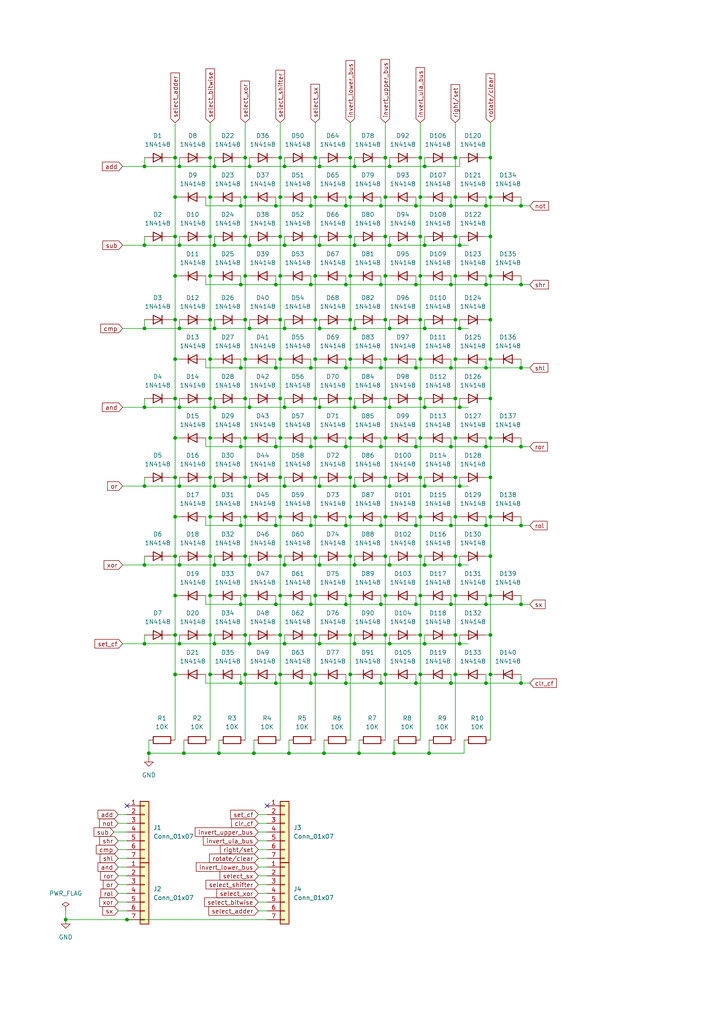
<source format=kicad_sch>
(kicad_sch (version 20211123) (generator eeschema)
  (paper "A4" portrait)
  (lib_symbols
    (symbol "Connector_Generic:Conn_01x07" (pin_names (offset 1.016) hide)
      (property "Reference" "J" (at 0 10.16 0))
      (property "Value" "Conn_01x07" (at 0 -10.16 0))
      (symbol "Conn_01x07_1_1"
        (pin passive line (at -5.08 7.62 0) (length 3.81) (name "Pin_1") (number "1"))
        (pin passive line (at -5.08 5.08 0) (length 3.81) (name "Pin_2") (number "2"))
        (pin passive line (at -5.08 2.54 0) (length 3.81) (name "Pin_3") (number "3"))
        (pin passive line (at -5.08 0 0) (length 3.81) (name "Pin_4") (number "4"))
        (pin passive line (at -5.08 -2.54 0) (length 3.81) (name "Pin_5") (number "5"))
        (pin passive line (at -5.08 -5.08 0) (length 3.81) (name "Pin_6") (number "6"))
        (pin passive line (at -5.08 -7.62 0) (length 3.81) (name "Pin_7") (number "7"))
      )
    )
    (symbol "Device:R" (pin_numbers hide) (pin_names (offset 0))
      (property "Reference" "R" (at 2.032 0 90))
      (property "Value" "R" (at 0 0 90))
      (symbol "R_1_1"
        (pin passive line (at 0 3.81 270) (length 1.27) (name "~") (number "1"))
        (pin passive line (at 0 -3.81 90) (length 1.27) (name "~") (number "2"))
      )
    )
    (symbol "Diode:1N4148" (pin_numbers hide) (pin_names (offset 1.016) hide)
      (property "Reference" "D" (at 0 2.54 0))
      (property "Value" "1N4148" (at 0 -2.54 0))
      (symbol "1N4148_1_1"
        (pin passive line (at -3.81 0 0) (length 2.54) (name "K") (number "1"))
        (pin passive line (at 3.81 0 180) (length 2.54) (name "A") (number "2"))
      )
    )
    (symbol "power:GND" (power) (pin_names (offset 0))
      (property "Value" "GND" (at 0 -3.81 0))
      (symbol "GND_1_1"
        (pin power_in line (at 0 0 270) (length 0) hide (name "GND") (number "1"))
      )
    )
    (symbol "power:PWR_FLAG" (power) (pin_numbers hide) (pin_names (offset 0) hide)
      (property "Value" "PWR_FLAG" (at 0 3.81 0))
      (symbol "PWR_FLAG_0_0"
        (pin power_out line (at 0 0 90) (length 0) (name "pwr") (number "1"))
      )
    )
  )
  (junction (at 101.6 172.72))
  (junction (at 121.92 184.15))
  (junction (at 71.12 184.15))
  (junction (at 69.85 106.68))
  (junction (at 50.8 161.29))
  (junction (at 111.76 127))
  (junction (at 69.85 129.54))
  (junction (at 92.71 71.12))
  (junction (at 91.44 45.72))
  (junction (at 91.44 138.43))
  (junction (at 92.71 186.69))
  (junction (at 82.55 140.97))
  (junction (at 81.28 115.57))
  (junction (at 71.12 172.72))
  (junction (at 91.44 172.72))
  (junction (at 123.19 140.97))
  (junction (at 142.24 92.71))
  (junction (at 140.97 198.12))
  (junction (at 60.96 115.57))
  (junction (at 101.6 80.01))
  (junction (at 102.87 163.83))
  (junction (at 60.96 195.58))
  (junction (at 142.24 104.14))
  (junction (at 50.8 138.43))
  (junction (at 91.44 92.71))
  (junction (at 102.87 71.12))
  (junction (at 111.76 195.58))
  (junction (at 72.39 48.26))
  (junction (at 81.28 161.29))
  (junction (at 120.65 59.69))
  (junction (at 111.76 149.86))
  (junction (at 41.91 95.25))
  (junction (at 133.35 140.97))
  (junction (at 81.28 104.14))
  (junction (at 111.76 80.01))
  (junction (at 132.08 184.15))
  (junction (at 132.08 80.01))
  (junction (at 50.8 104.14))
  (junction (at 113.03 71.12))
  (junction (at 62.23 71.12))
  (junction (at 110.49 175.26))
  (junction (at 130.81 129.54))
  (junction (at 63.5 218.44))
  (junction (at 36.83 266.7))
  (junction (at 133.35 71.12))
  (junction (at 69.85 175.26))
  (junction (at 101.6 195.58))
  (junction (at 91.44 127))
  (junction (at 100.33 82.55))
  (junction (at 60.96 92.71))
  (junction (at 132.08 127))
  (junction (at 69.85 59.69))
  (junction (at 100.33 59.69))
  (junction (at 69.85 152.4))
  (junction (at 81.28 184.15))
  (junction (at 72.39 95.25))
  (junction (at 142.24 80.01))
  (junction (at 71.12 149.86))
  (junction (at 81.28 68.58))
  (junction (at 140.97 59.69))
  (junction (at 101.6 68.58))
  (junction (at 90.17 59.69))
  (junction (at 41.91 140.97))
  (junction (at 41.91 48.26))
  (junction (at 101.6 104.14))
  (junction (at 151.13 106.68))
  (junction (at 121.92 172.72))
  (junction (at 71.12 45.72))
  (junction (at 62.23 95.25))
  (junction (at 52.07 48.26))
  (junction (at 52.07 71.12))
  (junction (at 60.96 57.15))
  (junction (at 132.08 149.86))
  (junction (at 91.44 149.86))
  (junction (at 140.97 106.68))
  (junction (at 71.12 115.57))
  (junction (at 121.92 45.72))
  (junction (at 60.96 45.72))
  (junction (at 114.3 218.44))
  (junction (at 100.33 152.4))
  (junction (at 110.49 198.12))
  (junction (at 111.76 161.29))
  (junction (at 102.87 186.69))
  (junction (at 113.03 48.26))
  (junction (at 121.92 127))
  (junction (at 130.81 82.55))
  (junction (at 72.39 118.11))
  (junction (at 123.19 71.12))
  (junction (at 102.87 95.25))
  (junction (at 101.6 57.15))
  (junction (at 142.24 45.72))
  (junction (at 121.92 92.71))
  (junction (at 121.92 80.01))
  (junction (at 90.17 152.4))
  (junction (at 132.08 45.72))
  (junction (at 80.01 59.69))
  (junction (at 101.6 184.15))
  (junction (at 111.76 184.15))
  (junction (at 50.8 172.72))
  (junction (at 81.28 45.72))
  (junction (at 93.98 218.44))
  (junction (at 91.44 195.58))
  (junction (at 113.03 95.25))
  (junction (at 82.55 118.11))
  (junction (at 73.66 218.44))
  (junction (at 91.44 184.15))
  (junction (at 100.33 129.54))
  (junction (at 41.91 163.83))
  (junction (at 110.49 106.68))
  (junction (at 110.49 152.4))
  (junction (at 142.24 184.15))
  (junction (at 52.07 186.69))
  (junction (at 69.85 198.12))
  (junction (at 140.97 175.26))
  (junction (at 101.6 138.43))
  (junction (at 132.08 68.58))
  (junction (at 92.71 95.25))
  (junction (at 90.17 175.26))
  (junction (at 102.87 48.26))
  (junction (at 151.13 152.4))
  (junction (at 140.97 152.4))
  (junction (at 110.49 82.55))
  (junction (at 71.12 68.58))
  (junction (at 82.55 71.12))
  (junction (at 60.96 104.14))
  (junction (at 81.28 138.43))
  (junction (at 90.17 198.12))
  (junction (at 71.12 195.58))
  (junction (at 121.92 149.86))
  (junction (at 111.76 68.58))
  (junction (at 120.65 106.68))
  (junction (at 151.13 198.12))
  (junction (at 132.08 172.72))
  (junction (at 100.33 198.12))
  (junction (at 80.01 175.26))
  (junction (at 71.12 127))
  (junction (at 104.14 218.44))
  (junction (at 60.96 149.86))
  (junction (at 142.24 138.43))
  (junction (at 92.71 48.26))
  (junction (at 71.12 57.15))
  (junction (at 130.81 152.4))
  (junction (at 72.39 163.83))
  (junction (at 72.39 186.69))
  (junction (at 121.92 68.58))
  (junction (at 100.33 175.26))
  (junction (at 151.13 129.54))
  (junction (at 130.81 106.68))
  (junction (at 142.24 161.29))
  (junction (at 83.82 218.44))
  (junction (at 121.92 195.58))
  (junction (at 72.39 71.12))
  (junction (at 121.92 57.15))
  (junction (at 92.71 163.83))
  (junction (at 132.08 195.58))
  (junction (at 133.35 118.11))
  (junction (at 130.81 198.12))
  (junction (at 62.23 163.83))
  (junction (at 111.76 45.72))
  (junction (at 142.24 115.57))
  (junction (at 120.65 129.54))
  (junction (at 123.19 163.83))
  (junction (at 91.44 80.01))
  (junction (at 52.07 163.83))
  (junction (at 123.19 186.69))
  (junction (at 62.23 186.69))
  (junction (at 91.44 115.57))
  (junction (at 132.08 161.29))
  (junction (at 50.8 149.86))
  (junction (at 71.12 161.29))
  (junction (at 52.07 140.97))
  (junction (at 123.19 95.25))
  (junction (at 90.17 82.55))
  (junction (at 82.55 48.26))
  (junction (at 50.8 80.01))
  (junction (at 132.08 138.43))
  (junction (at 69.85 82.55))
  (junction (at 101.6 115.57))
  (junction (at 101.6 149.86))
  (junction (at 81.28 57.15))
  (junction (at 111.76 104.14))
  (junction (at 120.65 152.4))
  (junction (at 142.24 68.58))
  (junction (at 151.13 59.69))
  (junction (at 81.28 172.72))
  (junction (at 121.92 104.14))
  (junction (at 130.81 59.69))
  (junction (at 81.28 92.71))
  (junction (at 82.55 163.83))
  (junction (at 151.13 82.55))
  (junction (at 133.35 95.25))
  (junction (at 132.08 92.71))
  (junction (at 81.28 127))
  (junction (at 62.23 140.97))
  (junction (at 113.03 118.11))
  (junction (at 121.92 161.29))
  (junction (at 132.08 104.14))
  (junction (at 62.23 118.11))
  (junction (at 90.17 129.54))
  (junction (at 60.96 161.29))
  (junction (at 133.35 163.83))
  (junction (at 113.03 140.97))
  (junction (at 60.96 138.43))
  (junction (at 82.55 186.69))
  (junction (at 120.65 175.26))
  (junction (at 52.07 95.25))
  (junction (at 60.96 127))
  (junction (at 50.8 68.58))
  (junction (at 50.8 57.15))
  (junction (at 142.24 57.15))
  (junction (at 101.6 92.71))
  (junction (at 81.28 80.01))
  (junction (at 130.81 175.26))
  (junction (at 80.01 152.4))
  (junction (at 41.91 118.11))
  (junction (at 81.28 195.58))
  (junction (at 142.24 149.86))
  (junction (at 91.44 161.29))
  (junction (at 91.44 57.15))
  (junction (at 151.13 175.26))
  (junction (at 41.91 186.69))
  (junction (at 101.6 127))
  (junction (at 111.76 172.72))
  (junction (at 111.76 138.43))
  (junction (at 92.71 140.97))
  (junction (at 50.8 184.15))
  (junction (at 62.23 48.26))
  (junction (at 132.08 57.15))
  (junction (at 72.39 140.97))
  (junction (at 19.05 266.7))
  (junction (at 80.01 82.55))
  (junction (at 124.46 218.44))
  (junction (at 142.24 172.72))
  (junction (at 80.01 106.68))
  (junction (at 121.92 115.57))
  (junction (at 140.97 129.54))
  (junction (at 102.87 118.11))
  (junction (at 111.76 92.71))
  (junction (at 50.8 115.57))
  (junction (at 102.87 140.97))
  (junction (at 120.65 198.12))
  (junction (at 101.6 45.72))
  (junction (at 53.34 218.44))
  (junction (at 80.01 198.12))
  (junction (at 111.76 57.15))
  (junction (at 132.08 115.57))
  (junction (at 110.49 129.54))
  (junction (at 71.12 92.71))
  (junction (at 60.96 172.72))
  (junction (at 50.8 92.71))
  (junction (at 52.07 118.11))
  (junction (at 81.28 149.86))
  (junction (at 142.24 127))
  (junction (at 111.76 115.57))
  (junction (at 123.19 48.26))
  (junction (at 90.17 106.68))
  (junction (at 43.18 218.44))
  (junction (at 142.24 195.58))
  (junction (at 110.49 59.69))
  (junction (at 82.55 95.25))
  (junction (at 80.01 129.54))
  (junction (at 91.44 104.14))
  (junction (at 71.12 80.01))
  (junction (at 91.44 68.58))
  (junction (at 100.33 106.68))
  (junction (at 50.8 127))
  (junction (at 60.96 68.58))
  (junction (at 120.65 82.55))
  (junction (at 121.92 138.43))
  (junction (at 123.19 118.11))
  (junction (at 50.8 195.58))
  (junction (at 92.71 118.11))
  (junction (at 140.97 82.55))
  (junction (at 113.03 186.69))
  (junction (at 41.91 71.12))
  (junction (at 60.96 184.15))
  (junction (at 71.12 104.14))
  (junction (at 71.12 138.43))
  (junction (at 133.35 186.69))
  (junction (at 50.8 45.72))
  (junction (at 60.96 80.01))
  (junction (at 113.03 163.83))
  (junction (at 101.6 161.29))
  (no_connect (at 77.47 233.68))
  (no_connect (at 36.83 233.68))
  (wire (pts (xy 82.55 138.43) (xy 82.55 140.97)))
  (wire (pts (xy 90.17 82.55) (xy 100.33 82.55)))
  (wire (pts (xy 71.12 35.56) (xy 71.12 45.72)))
  (wire (pts (xy 72.39 115.57) (xy 72.39 118.11)))
  (wire (pts (xy 151.13 195.58) (xy 151.13 198.12)))
  (wire (pts (xy 52.07 184.15) (xy 52.07 186.69)))
  (wire (pts (xy 90.17 45.72) (xy 91.44 45.72)))
  (wire (pts (xy 110.49 129.54) (xy 100.33 129.54)))
  (wire (pts (xy 142.24 92.71) (xy 142.24 104.14)))
  (wire (pts (xy 52.07 140.97) (xy 41.91 140.97)))
  (wire (pts (xy 113.03 115.57) (xy 113.03 118.11)))
  (wire (pts (xy 81.28 149.86) (xy 81.28 161.29)))
  (wire (pts (xy 69.85 92.71) (xy 71.12 92.71)))
  (wire (pts (xy 74.93 241.3) (xy 77.47 241.3)))
  (wire (pts (xy 34.29 243.84) (xy 36.83 243.84)))
  (wire (pts (xy 110.49 149.86) (xy 110.49 152.4)))
  (wire (pts (xy 140.97 115.57) (xy 142.24 115.57)))
  (wire (pts (xy 102.87 48.26) (xy 113.03 48.26)))
  (wire (pts (xy 121.92 149.86) (xy 123.19 149.86)))
  (wire (pts (xy 62.23 95.25) (xy 52.07 95.25)))
  (wire (pts (xy 110.49 127) (xy 110.49 129.54)))
  (wire (pts (xy 80.01 59.69) (xy 69.85 59.69)))
  (wire (pts (xy 52.07 115.57) (xy 52.07 118.11)))
  (wire (pts (xy 111.76 45.72) (xy 111.76 57.15)))
  (wire (pts (xy 111.76 92.71) (xy 111.76 104.14)))
  (wire (pts (xy 130.81 82.55) (xy 120.65 82.55)))
  (wire (pts (xy 71.12 161.29) (xy 71.12 172.72)))
  (wire (pts (xy 80.01 80.01) (xy 80.01 82.55)))
  (wire (pts (xy 90.17 198.12) (xy 100.33 198.12)))
  (wire (pts (xy 90.17 59.69) (xy 80.01 59.69)))
  (wire (pts (xy 71.12 57.15) (xy 71.12 68.58)))
  (wire (pts (xy 92.71 184.15) (xy 92.71 186.69)))
  (wire (pts (xy 50.8 80.01) (xy 50.8 92.71)))
  (wire (pts (xy 60.96 149.86) (xy 62.23 149.86)))
  (wire (pts (xy 120.65 57.15) (xy 120.65 59.69)))
  (wire (pts (xy 132.08 149.86) (xy 133.35 149.86)))
  (wire (pts (xy 121.92 184.15) (xy 121.92 195.58)))
  (wire (pts (xy 101.6 104.14) (xy 102.87 104.14)))
  (wire (pts (xy 35.56 48.26) (xy 41.91 48.26)))
  (wire (pts (xy 34.29 236.22) (xy 36.83 236.22)))
  (wire (pts (xy 34.29 254) (xy 36.83 254)))
  (wire (pts (xy 151.13 104.14) (xy 151.13 106.68)))
  (wire (pts (xy 121.92 127) (xy 121.92 138.43)))
  (wire (pts (xy 110.49 45.72) (xy 111.76 45.72)))
  (wire (pts (xy 151.13 172.72) (xy 151.13 175.26)))
  (wire (pts (xy 132.08 68.58) (xy 132.08 80.01)))
  (wire (pts (xy 102.87 140.97) (xy 92.71 140.97)))
  (wire (pts (xy 69.85 45.72) (xy 71.12 45.72)))
  (wire (pts (xy 90.17 68.58) (xy 91.44 68.58)))
  (wire (pts (xy 130.81 106.68) (xy 120.65 106.68)))
  (wire (pts (xy 101.6 92.71) (xy 101.6 104.14)))
  (wire (pts (xy 92.71 92.71) (xy 92.71 95.25)))
  (wire (pts (xy 74.93 259.08) (xy 77.47 259.08)))
  (wire (pts (xy 121.92 57.15) (xy 123.19 57.15)))
  (wire (pts (xy 69.85 149.86) (xy 69.85 152.4)))
  (wire (pts (xy 69.85 184.15) (xy 71.12 184.15)))
  (wire (pts (xy 34.29 259.08) (xy 36.83 259.08)))
  (wire (pts (xy 60.96 172.72) (xy 60.96 184.15)))
  (wire (pts (xy 101.6 35.56) (xy 101.6 45.72)))
  (wire (pts (xy 50.8 149.86) (xy 52.07 149.86)))
  (wire (pts (xy 111.76 195.58) (xy 111.76 214.63)))
  (wire (pts (xy 50.8 115.57) (xy 50.8 127)))
  (wire (pts (xy 81.28 184.15) (xy 81.28 195.58)))
  (wire (pts (xy 49.53 115.57) (xy 50.8 115.57)))
  (wire (pts (xy 100.33 104.14) (xy 100.33 106.68)))
  (wire (pts (xy 34.29 248.92) (xy 36.83 248.92)))
  (wire (pts (xy 120.65 161.29) (xy 121.92 161.29)))
  (wire (pts (xy 91.44 127) (xy 92.71 127)))
  (wire (pts (xy 52.07 186.69) (xy 41.91 186.69)))
  (wire (pts (xy 123.19 68.58) (xy 123.19 71.12)))
  (wire (pts (xy 73.66 218.44) (xy 63.5 218.44)))
  (wire (pts (xy 142.24 149.86) (xy 143.51 149.86)))
  (wire (pts (xy 41.91 71.12) (xy 41.91 68.58)))
  (wire (pts (xy 50.8 138.43) (xy 50.8 149.86)))
  (wire (pts (xy 62.23 71.12) (xy 52.07 71.12)))
  (wire (pts (xy 133.35 138.43) (xy 133.35 140.97)))
  (wire (pts (xy 19.05 264.16) (xy 19.05 266.7)))
  (wire (pts (xy 52.07 92.71) (xy 52.07 95.25)))
  (wire (pts (xy 90.17 127) (xy 90.17 129.54)))
  (wire (pts (xy 142.24 172.72) (xy 143.51 172.72)))
  (wire (pts (xy 82.55 140.97) (xy 72.39 140.97)))
  (wire (pts (xy 101.6 161.29) (xy 101.6 172.72)))
  (wire (pts (xy 43.18 214.63) (xy 43.18 218.44)))
  (wire (pts (xy 82.55 95.25) (xy 92.71 95.25)))
  (wire (pts (xy 91.44 80.01) (xy 91.44 92.71)))
  (wire (pts (xy 69.85 198.12) (xy 59.69 198.12)))
  (wire (pts (xy 133.35 92.71) (xy 133.35 95.25)))
  (wire (pts (xy 153.67 59.69) (xy 151.13 59.69)))
  (wire (pts (xy 142.24 45.72) (xy 142.24 57.15)))
  (wire (pts (xy 101.6 57.15) (xy 101.6 68.58)))
  (wire (pts (xy 69.85 152.4) (xy 59.69 152.4)))
  (wire (pts (xy 90.17 172.72) (xy 90.17 175.26)))
  (wire (pts (xy 101.6 45.72) (xy 101.6 57.15)))
  (wire (pts (xy 35.56 118.11) (xy 41.91 118.11)))
  (wire (pts (xy 71.12 80.01) (xy 71.12 92.71)))
  (wire (pts (xy 111.76 138.43) (xy 111.76 149.86)))
  (wire (pts (xy 90.17 175.26) (xy 80.01 175.26)))
  (wire (pts (xy 111.76 35.56) (xy 111.76 45.72)))
  (wire (pts (xy 101.6 104.14) (xy 101.6 115.57)))
  (wire (pts (xy 121.92 45.72) (xy 121.92 57.15)))
  (wire (pts (xy 104.14 218.44) (xy 93.98 218.44)))
  (wire (pts (xy 101.6 68.58) (xy 101.6 80.01)))
  (wire (pts (xy 142.24 57.15) (xy 143.51 57.15)))
  (wire (pts (xy 72.39 140.97) (xy 62.23 140.97)))
  (wire (pts (xy 113.03 140.97) (xy 102.87 140.97)))
  (wire (pts (xy 140.97 138.43) (xy 142.24 138.43)))
  (wire (pts (xy 59.69 138.43) (xy 60.96 138.43)))
  (wire (pts (xy 142.24 80.01) (xy 143.51 80.01)))
  (wire (pts (xy 121.92 104.14) (xy 123.19 104.14)))
  (wire (pts (xy 101.6 195.58) (xy 101.6 214.63)))
  (wire (pts (xy 63.5 214.63) (xy 63.5 218.44)))
  (wire (pts (xy 90.17 129.54) (xy 100.33 129.54)))
  (wire (pts (xy 80.01 127) (xy 80.01 129.54)))
  (wire (pts (xy 121.92 195.58) (xy 123.19 195.58)))
  (wire (pts (xy 90.17 152.4) (xy 80.01 152.4)))
  (wire (pts (xy 36.83 266.7) (xy 77.47 266.7)))
  (wire (pts (xy 100.33 45.72) (xy 101.6 45.72)))
  (wire (pts (xy 71.12 195.58) (xy 72.39 195.58)))
  (wire (pts (xy 133.35 48.26) (xy 133.35 45.72)))
  (wire (pts (xy 100.33 172.72) (xy 100.33 175.26)))
  (wire (pts (xy 113.03 92.71) (xy 113.03 95.25)))
  (wire (pts (xy 132.08 184.15) (xy 132.08 195.58)))
  (wire (pts (xy 53.34 214.63) (xy 53.34 218.44)))
  (wire (pts (xy 50.8 57.15) (xy 52.07 57.15)))
  (wire (pts (xy 59.69 161.29) (xy 60.96 161.29)))
  (wire (pts (xy 120.65 45.72) (xy 121.92 45.72)))
  (wire (pts (xy 92.71 161.29) (xy 92.71 163.83)))
  (wire (pts (xy 133.35 95.25) (xy 123.19 95.25)))
  (wire (pts (xy 140.97 68.58) (xy 142.24 68.58)))
  (wire (pts (xy 120.65 129.54) (xy 110.49 129.54)))
  (wire (pts (xy 102.87 186.69) (xy 92.71 186.69)))
  (wire (pts (xy 60.96 45.72) (xy 60.96 57.15)))
  (wire (pts (xy 35.56 163.83) (xy 41.91 163.83)))
  (wire (pts (xy 62.23 92.71) (xy 62.23 95.25)))
  (wire (pts (xy 59.69 175.26) (xy 59.69 172.72)))
  (wire (pts (xy 100.33 161.29) (xy 101.6 161.29)))
  (wire (pts (xy 91.44 57.15) (xy 91.44 68.58)))
  (wire (pts (xy 81.28 195.58) (xy 82.55 195.58)))
  (wire (pts (xy 102.87 184.15) (xy 102.87 186.69)))
  (wire (pts (xy 71.12 115.57) (xy 71.12 127)))
  (wire (pts (xy 91.44 127) (xy 91.44 138.43)))
  (wire (pts (xy 19.05 266.7) (xy 36.83 266.7)))
  (wire (pts (xy 102.87 163.83) (xy 92.71 163.83)))
  (wire (pts (xy 60.96 149.86) (xy 60.96 161.29)))
  (wire (pts (xy 132.08 104.14) (xy 132.08 115.57)))
  (wire (pts (xy 50.8 57.15) (xy 50.8 68.58)))
  (wire (pts (xy 130.81 175.26) (xy 120.65 175.26)))
  (wire (pts (xy 81.28 195.58) (xy 81.28 214.63)))
  (wire (pts (xy 151.13 57.15) (xy 151.13 59.69)))
  (wire (pts (xy 123.19 48.26) (xy 133.35 48.26)))
  (wire (pts (xy 130.81 45.72) (xy 132.08 45.72)))
  (wire (pts (xy 91.44 184.15) (xy 91.44 195.58)))
  (wire (pts (xy 72.39 161.29) (xy 72.39 163.83)))
  (wire (pts (xy 153.67 106.68) (xy 151.13 106.68)))
  (wire (pts (xy 74.93 236.22) (xy 77.47 236.22)))
  (wire (pts (xy 60.96 35.56) (xy 60.96 45.72)))
  (wire (pts (xy 100.33 115.57) (xy 101.6 115.57)))
  (wire (pts (xy 92.71 115.57) (xy 92.71 118.11)))
  (wire (pts (xy 121.92 68.58) (xy 121.92 80.01)))
  (wire (pts (xy 151.13 149.86) (xy 151.13 152.4)))
  (wire (pts (xy 121.92 80.01) (xy 121.92 92.71)))
  (wire (pts (xy 91.44 92.71) (xy 91.44 104.14)))
  (wire (pts (xy 80.01 82.55) (xy 69.85 82.55)))
  (wire (pts (xy 142.24 184.15) (xy 142.24 195.58)))
  (wire (pts (xy 101.6 149.86) (xy 101.6 161.29)))
  (wire (pts (xy 43.18 219.71) (xy 43.18 218.44)))
  (wire (pts (xy 73.66 214.63) (xy 73.66 218.44)))
  (wire (pts (xy 111.76 195.58) (xy 113.03 195.58)))
  (wire (pts (xy 91.44 195.58) (xy 92.71 195.58)))
  (wire (pts (xy 120.65 104.14) (xy 120.65 106.68)))
  (wire (pts (xy 50.8 127) (xy 52.07 127)))
  (wire (pts (xy 140.97 129.54) (xy 130.81 129.54)))
  (wire (pts (xy 49.53 45.72) (xy 50.8 45.72)))
  (wire (pts (xy 71.12 92.71) (xy 71.12 104.14)))
  (wire (pts (xy 80.01 138.43) (xy 81.28 138.43)))
  (wire (pts (xy 69.85 175.26) (xy 59.69 175.26)))
  (wire (pts (xy 142.24 195.58) (xy 142.24 214.63)))
  (wire (pts (xy 114.3 218.44) (xy 104.14 218.44)))
  (wire (pts (xy 82.55 186.69) (xy 72.39 186.69)))
  (wire (pts (xy 140.97 195.58) (xy 140.97 198.12)))
  (wire (pts (xy 120.65 195.58) (xy 120.65 198.12)))
  (wire (pts (xy 132.08 115.57) (xy 132.08 127)))
  (wire (pts (xy 120.65 184.15) (xy 121.92 184.15)))
  (wire (pts (xy 74.93 261.62) (xy 77.47 261.62)))
  (wire (pts (xy 60.96 184.15) (xy 60.96 195.58)))
  (wire (pts (xy 101.6 127) (xy 102.87 127)))
  (wire (pts (xy 72.39 186.69) (xy 62.23 186.69)))
  (wire (pts (xy 82.55 115.57) (xy 82.55 118.11)))
  (wire (pts (xy 140.97 172.72) (xy 140.97 175.26)))
  (wire (pts (xy 130.81 92.71) (xy 132.08 92.71)))
  (wire (pts (xy 153.67 82.55) (xy 151.13 82.55)))
  (wire (pts (xy 130.81 104.14) (xy 130.81 106.68)))
  (wire (pts (xy 34.29 238.76) (xy 36.83 238.76)))
  (wire (pts (xy 140.97 184.15) (xy 142.24 184.15)))
  (wire (pts (xy 59.69 115.57) (xy 60.96 115.57)))
  (wire (pts (xy 140.97 104.14) (xy 140.97 106.68)))
  (wire (pts (xy 132.08 45.72) (xy 132.08 57.15)))
  (wire (pts (xy 113.03 184.15) (xy 113.03 186.69)))
  (wire (pts (xy 100.33 80.01) (xy 100.33 82.55)))
  (wire (pts (xy 110.49 161.29) (xy 111.76 161.29)))
  (wire (pts (xy 100.33 138.43) (xy 101.6 138.43)))
  (wire (pts (xy 80.01 152.4) (xy 69.85 152.4)))
  (wire (pts (xy 59.69 82.55) (xy 59.69 80.01)))
  (wire (pts (xy 101.6 184.15) (xy 101.6 195.58)))
  (wire (pts (xy 71.12 45.72) (xy 71.12 57.15)))
  (wire (pts (xy 71.12 195.58) (xy 71.12 214.63)))
  (wire (pts (xy 50.8 92.71) (xy 50.8 104.14)))
  (wire (pts (xy 72.39 68.58) (xy 72.39 71.12)))
  (wire (pts (xy 140.97 152.4) (xy 130.81 152.4)))
  (wire (pts (xy 35.56 71.12) (xy 41.91 71.12)))
  (wire (pts (xy 71.12 172.72) (xy 72.39 172.72)))
  (wire (pts (xy 120.65 92.71) (xy 121.92 92.71)))
  (wire (pts (xy 101.6 195.58) (xy 102.87 195.58)))
  (wire (pts (xy 59.69 184.15) (xy 60.96 184.15)))
  (wire (pts (xy 140.97 175.26) (xy 130.81 175.26)))
  (wire (pts (xy 72.39 118.11) (xy 62.23 118.11)))
  (wire (pts (xy 113.03 71.12) (xy 102.87 71.12)))
  (wire (pts (xy 82.55 95.25) (xy 72.39 95.25)))
  (wire (pts (xy 133.35 161.29) (xy 133.35 163.83)))
  (wire (pts (xy 90.17 129.54) (xy 80.01 129.54)))
  (wire (pts (xy 50.8 195.58) (xy 52.07 195.58)))
  (wire (pts (xy 69.85 59.69) (xy 59.69 59.69)))
  (wire (pts (xy 90.17 92.71) (xy 91.44 92.71)))
  (wire (pts (xy 121.92 138.43) (xy 121.92 149.86)))
  (wire (pts (xy 120.65 82.55) (xy 110.49 82.55)))
  (wire (pts (xy 81.28 115.57) (xy 81.28 127)))
  (wire (pts (xy 130.81 127) (xy 130.81 129.54)))
  (wire (pts (xy 140.97 92.71) (xy 142.24 92.71)))
  (wire (pts (xy 71.12 104.14) (xy 71.12 115.57)))
  (wire (pts (xy 50.8 149.86) (xy 50.8 161.29)))
  (wire (pts (xy 121.92 115.57) (xy 121.92 127)))
  (wire (pts (xy 123.19 115.57) (xy 123.19 118.11)))
  (wire (pts (xy 71.12 149.86) (xy 72.39 149.86)))
  (wire (pts (xy 82.55 118.11) (xy 72.39 118.11)))
  (wire (pts (xy 62.23 48.26) (xy 72.39 48.26)))
  (wire (pts (xy 33.02 241.3) (xy 36.83 241.3)))
  (wire (pts (xy 69.85 80.01) (xy 69.85 82.55)))
  (wire (pts (xy 151.13 129.54) (xy 140.97 129.54)))
  (wire (pts (xy 82.55 161.29) (xy 82.55 163.83)))
  (wire (pts (xy 50.8 35.56) (xy 50.8 45.72)))
  (wire (pts (xy 140.97 57.15) (xy 140.97 59.69)))
  (wire (pts (xy 130.81 161.29) (xy 132.08 161.29)))
  (wire (pts (xy 59.69 45.72) (xy 60.96 45.72)))
  (wire (pts (xy 151.13 152.4) (xy 140.97 152.4)))
  (wire (pts (xy 142.24 195.58) (xy 143.51 195.58)))
  (wire (pts (xy 151.13 82.55) (xy 140.97 82.55)))
  (wire (pts (xy 132.08 104.14) (xy 133.35 104.14)))
  (wire (pts (xy 81.28 45.72) (xy 81.28 57.15)))
  (wire (pts (xy 80.01 92.71) (xy 81.28 92.71)))
  (wire (pts (xy 130.81 184.15) (xy 132.08 184.15)))
  (wire (pts (xy 130.81 198.12) (xy 120.65 198.12)))
  (wire (pts (xy 130.81 68.58) (xy 132.08 68.58)))
  (wire (pts (xy 91.44 104.14) (xy 91.44 115.57)))
  (wire (pts (xy 120.65 175.26) (xy 110.49 175.26)))
  (wire (pts (xy 121.92 127) (xy 123.19 127)))
  (wire (pts (xy 80.01 129.54) (xy 69.85 129.54)))
  (wire (pts (xy 153.67 175.26) (xy 151.13 175.26)))
  (wire (pts (xy 41.91 45.72) (xy 41.91 48.26)))
  (wire (pts (xy 133.35 68.58) (xy 133.35 71.12)))
  (wire (pts (xy 69.85 195.58) (xy 69.85 198.12)))
  (wire (pts (xy 50.8 80.01) (xy 52.07 80.01)))
  (wire (pts (xy 71.12 127) (xy 71.12 138.43)))
  (wire (pts (xy 132.08 172.72) (xy 133.35 172.72)))
  (wire (pts (xy 71.12 184.15) (xy 71.12 195.58)))
  (wire (pts (xy 82.55 71.12) (xy 72.39 71.12)))
  (wire (pts (xy 142.24 35.56) (xy 142.24 45.72)))
  (wire (pts (xy 50.8 68.58) (xy 50.8 80.01)))
  (wire (pts (xy 52.07 45.72) (xy 52.07 48.26)))
  (wire (pts (xy 140.97 127) (xy 140.97 129.54)))
  (wire (pts (xy 80.01 104.14) (xy 80.01 106.68)))
  (wire (pts (xy 132.08 127) (xy 132.08 138.43)))
  (wire (pts (xy 102.87 71.12) (xy 92.71 71.12)))
  (wire (pts (xy 72.39 48.26) (xy 82.55 48.26)))
  (wire (pts (xy 52.07 163.83) (xy 41.91 163.83)))
  (wire (pts (xy 52.07 95.25) (xy 41.91 95.25)))
  (wire (pts (xy 121.92 35.56) (xy 121.92 45.72)))
  (wire (pts (xy 60.96 57.15) (xy 62.23 57.15)))
  (wire (pts (xy 121.92 57.15) (xy 121.92 68.58)))
  (wire (pts (xy 81.28 57.15) (xy 82.55 57.15)))
  (wire (pts (xy 50.8 172.72) (xy 50.8 184.15)))
  (wire (pts (xy 121.92 195.58) (xy 121.92 214.63)))
  (wire (pts (xy 52.07 138.43) (xy 52.07 140.97)))
  (wire (pts (xy 80.01 195.58) (xy 80.01 198.12)))
  (wire (pts (xy 110.49 195.58) (xy 110.49 198.12)))
  (wire (pts (xy 142.24 172.72) (xy 142.24 184.15)))
  (wire (pts (xy 130.81 152.4) (xy 120.65 152.4)))
  (wire (pts (xy 80.01 184.15) (xy 81.28 184.15)))
  (wire (pts (xy 111.76 80.01) (xy 111.76 92.71)))
  (wire (pts (xy 92.71 68.58) (xy 92.71 71.12)))
  (wire (pts (xy 82.55 163.83) (xy 72.39 163.83)))
  (wire (pts (xy 90.17 59.69) (xy 100.33 59.69)))
  (wire (pts (xy 132.08 172.72) (xy 132.08 184.15)))
  (wire (pts (xy 90.17 80.01) (xy 90.17 82.55)))
  (wire (pts (xy 52.07 161.29) (xy 52.07 163.83)))
  (wire (pts (xy 50.8 195.58) (xy 50.8 214.63)))
  (wire (pts (xy 90.17 106.68) (xy 80.01 106.68)))
  (wire (pts (xy 114.3 214.63) (xy 114.3 218.44)))
  (wire (pts (xy 60.96 104.14) (xy 60.96 115.57)))
  (wire (pts (xy 101.6 138.43) (xy 101.6 149.86)))
  (wire (pts (xy 81.28 127) (xy 81.28 138.43)))
  (wire (pts (xy 69.85 106.68) (xy 59.69 106.68)))
  (wire (pts (xy 110.49 175.26) (xy 100.33 175.26)))
  (wire (pts (xy 69.85 68.58) (xy 71.12 68.58)))
  (wire (pts (xy 123.19 184.15) (xy 123.19 186.69)))
  (wire (pts (xy 74.93 264.16) (xy 77.47 264.16)))
  (wire (pts (xy 120.65 127) (xy 120.65 129.54)))
  (wire (pts (xy 80.01 198.12) (xy 69.85 198.12)))
  (wire (pts (xy 72.39 92.71) (xy 72.39 95.25)))
  (wire (pts (xy 82.55 45.72) (xy 82.55 48.26)))
  (wire (pts (xy 60.96 80.01) (xy 62.23 80.01)))
  (wire (pts (xy 111.76 104.14) (xy 111.76 115.57)))
  (wire (pts (xy 80.01 161.29) (xy 81.28 161.29)))
  (wire (pts (xy 59.69 92.71) (xy 60.96 92.71)))
  (wire (pts (xy 142.24 115.57) (xy 142.24 127)))
  (wire (pts (xy 140.97 149.86) (xy 140.97 152.4)))
  (wire (pts (xy 120.65 152.4) (xy 110.49 152.4)))
  (wire (pts (xy 113.03 45.72) (xy 113.03 48.26)))
  (wire (pts (xy 71.12 149.86) (xy 71.12 161.29)))
  (wire (pts (xy 130.81 138.43) (xy 132.08 138.43)))
  (wire (pts (xy 100.33 68.58) (xy 101.6 68.58)))
  (wire (pts (xy 50.8 104.14) (xy 50.8 115.57)))
  (wire (pts (xy 102.87 115.57) (xy 102.87 118.11)))
  (wire (pts (xy 110.49 92.71) (xy 111.76 92.71)))
  (wire (pts (xy 90.17 82.55) (xy 80.01 82.55)))
  (wire (pts (xy 69.85 138.43) (xy 71.12 138.43)))
  (wire (pts (xy 111.76 80.01) (xy 113.03 80.01)))
  (wire (pts (xy 60.96 92.71) (xy 60.96 104.14)))
  (wire (pts (xy 59.69 59.69) (xy 59.69 57.15)))
  (wire (pts (xy 71.12 104.14) (xy 72.39 104.14)))
  (wire (pts (xy 71.12 138.43) (xy 71.12 149.86)))
  (wire (pts (xy 132.08 57.15) (xy 132.08 68.58)))
  (wire (pts (xy 69.85 161.29) (xy 71.12 161.29)))
  (wire (pts (xy 102.87 92.71) (xy 102.87 95.25)))
  (wire (pts (xy 120.65 106.68) (xy 110.49 106.68)))
  (wire (pts (xy 52.07 48.26) (xy 62.23 48.26)))
  (wire (pts (xy 100.33 149.86) (xy 100.33 152.4)))
  (wire (pts (xy 102.87 118.11) (xy 92.71 118.11)))
  (wire (pts (xy 35.56 186.69) (xy 41.91 186.69)))
  (wire (pts (xy 74.93 251.46) (xy 77.47 251.46)))
  (wire (pts (xy 91.44 80.01) (xy 92.71 80.01)))
  (wire (pts (xy 92.71 48.26) (xy 102.87 48.26)))
  (wire (pts (xy 104.14 214.63) (xy 104.14 218.44)))
  (wire (pts (xy 80.01 115.57) (xy 81.28 115.57)))
  (wire (pts (xy 35.56 140.97) (xy 41.91 140.97)))
  (wire (pts (xy 74.93 256.54) (xy 77.47 256.54)))
  (wire (pts (xy 111.76 57.15) (xy 113.03 57.15)))
  (wire (pts (xy 101.6 57.15) (xy 102.87 57.15)))
  (wire (pts (xy 151.13 80.01) (xy 151.13 82.55)))
  (wire (pts (xy 49.53 138.43) (xy 50.8 138.43)))
  (wire (pts (xy 90.17 175.26) (xy 100.33 175.26)))
  (wire (pts (xy 62.23 186.69) (xy 52.07 186.69)))
  (wire (pts (xy 123.19 118.11) (xy 113.03 118.11)))
  (wire (pts (xy 151.13 198.12) (xy 140.97 198.12)))
  (wire (pts (xy 110.49 82.55) (xy 100.33 82.55)))
  (wire (pts (xy 132.08 195.58) (xy 133.35 195.58)))
  (wire (pts (xy 140.97 82.55) (xy 130.81 82.55)))
  (wire (pts (xy 111.76 127) (xy 113.03 127)))
  (wire (pts (xy 120.65 68.58) (xy 121.92 68.58)))
  (wire (pts (xy 72.39 138.43) (xy 72.39 140.97)))
  (wire (pts (xy 81.28 104.14) (xy 81.28 115.57)))
  (wire (pts (xy 91.44 195.58) (xy 91.44 214.63)))
  (wire (pts (xy 60.96 127) (xy 62.23 127)))
  (wire (pts (xy 69.85 115.57) (xy 71.12 115.57)))
  (wire (pts (xy 130.81 57.15) (xy 130.81 59.69)))
  (wire (pts (xy 140.97 80.01) (xy 140.97 82.55)))
  (wire (pts (xy 102.87 138.43) (xy 102.87 140.97)))
  (wire (pts (xy 71.12 68.58) (xy 71.12 80.01)))
  (wire (pts (xy 91.44 104.14) (xy 92.71 104.14)))
  (wire (pts (xy 123.19 95.25) (xy 113.03 95.25)))
  (wire (pts (xy 110.49 59.69) (xy 100.33 59.69)))
  (wire (pts (xy 113.03 163.83) (xy 102.87 163.83)))
  (wire (pts (xy 49.53 161.29) (xy 50.8 161.29)))
  (wire (pts (xy 59.69 68.58) (xy 60.96 68.58)))
  (wire (pts (xy 71.12 127) (xy 72.39 127)))
  (wire (pts (xy 132.08 80.01) (xy 133.35 80.01)))
  (wire (pts (xy 123.19 92.71) (xy 123.19 95.25)))
  (wire (pts (xy 133.35 140.97) (xy 123.19 140.97)))
  (wire (pts (xy 132.08 57.15) (xy 133.35 57.15)))
  (wire (pts (xy 110.49 57.15) (xy 110.49 59.69)))
  (wire (pts (xy 121.92 104.14) (xy 121.92 115.57)))
  (wire (pts (xy 110.49 184.15) (xy 111.76 184.15)))
  (wire (pts (xy 121.92 172.72) (xy 121.92 184.15)))
  (wire (pts (xy 151.13 59.69) (xy 140.97 59.69)))
  (wire (pts (xy 133.35 71.12) (xy 123.19 71.12)))
  (wire (pts (xy 102.87 95.25) (xy 92.71 95.25)))
  (wire (pts (xy 69.85 172.72) (xy 69.85 175.26)))
  (wire (pts (xy 60.96 68.58) (xy 60.96 80.01)))
  (wire (pts (xy 50.8 127) (xy 50.8 138.43)))
  (wire (pts (xy 81.28 149.86) (xy 82.55 149.86)))
  (wire (pts (xy 123.19 163.83) (xy 113.03 163.83)))
  (wire (pts (xy 133.35 115.57) (xy 133.35 118.11)))
  (wire (pts (xy 142.24 68.58) (xy 142.24 80.01)))
  (wire (pts (xy 81.28 35.56) (xy 81.28 45.72)))
  (wire (pts (xy 142.24 57.15) (xy 142.24 68.58)))
  (wire (pts (xy 130.81 195.58) (xy 130.81 198.12)))
  (wire (pts (xy 142.24 104.14) (xy 143.51 104.14)))
  (wire (pts (xy 101.6 172.72) (xy 101.6 184.15)))
  (wire (pts (xy 60.96 115.57) (xy 60.96 127)))
  (wire (pts (xy 110.49 106.68) (xy 100.33 106.68)))
  (wire (pts (xy 90.17 149.86) (xy 90.17 152.4)))
  (wire (pts (xy 111.76 184.15) (xy 111.76 195.58)))
  (wire (pts (xy 111.76 172.72) (xy 113.03 172.72)))
  (wire (pts (xy 81.28 80.01) (xy 82.55 80.01)))
  (wire (pts (xy 102.87 68.58) (xy 102.87 71.12)))
  (wire (pts (xy 81.28 104.14) (xy 82.55 104.14)))
  (wire (pts (xy 132.08 92.71) (xy 132.08 104.14)))
  (wire (pts (xy 132.08 149.86) (xy 132.08 161.29)))
  (wire (pts (xy 140.97 198.12) (xy 130.81 198.12)))
  (wire (pts (xy 74.93 254) (xy 77.47 254)))
  (wire (pts (xy 80.01 106.68) (xy 69.85 106.68)))
  (wire (pts (xy 91.44 149.86) (xy 92.71 149.86)))
  (wire (pts (xy 130.81 172.72) (xy 130.81 175.26)))
  (wire (pts (xy 81.28 127) (xy 82.55 127)))
  (wire (pts (xy 60.96 80.01) (xy 60.96 92.71)))
  (wire (pts (xy 133.35 163.83) (xy 123.19 163.83)))
  (wire (pts (xy 90.17 57.15) (xy 90.17 59.69)))
  (wire (pts (xy 92.71 138.43) (xy 92.71 140.97)))
  (wire (pts (xy 113.03 118.11) (xy 102.87 118.11)))
  (wire (pts (xy 34.29 256.54) (xy 36.83 256.54)))
  (wire (pts (xy 101.6 172.72) (xy 102.87 172.72)))
  (wire (pts (xy 41.91 186.69) (xy 41.91 184.15)))
  (wire (pts (xy 60.96 57.15) (xy 60.96 68.58)))
  (wire (pts (xy 60.96 127) (xy 60.96 138.43)))
  (wire (pts (xy 124.46 218.44) (xy 114.3 218.44)))
  (wire (pts (xy 82.55 186.69) (xy 92.71 186.69)))
  (wire (pts (xy 111.76 149.86) (xy 111.76 161.29)))
  (wire (pts (xy 90.17 184.15) (xy 91.44 184.15)))
  (wire (pts (xy 111.76 127) (xy 111.76 138.43)))
  (wire (pts (xy 34.29 251.46) (xy 36.83 251.46)))
  (wire (pts (xy 130.81 129.54) (xy 120.65 129.54)))
  (wire (pts (xy 142.24 80.01) (xy 142.24 92.71)))
  (wire (pts (xy 90.17 198.12) (xy 80.01 198.12)))
  (wire (pts (xy 74.93 238.76) (xy 77.47 238.76)))
  (wire (pts (xy 83.82 218.44) (xy 73.66 218.44)))
  (wire (pts (xy 130.81 115.57) (xy 132.08 115.57)))
  (wire (pts (xy 74.93 243.84) (xy 77.47 243.84)))
  (wire (pts (xy 49.53 92.71) (xy 50.8 92.71)))
  (wire (pts (xy 62.23 140.97) (xy 52.07 140.97)))
  (wire (pts (xy 90.17 106.68) (xy 100.33 106.68)))
  (wire (pts (xy 133.35 118.11) (xy 123.19 118.11)))
  (wire (pts (xy 74.93 246.38) (xy 77.47 246.38)))
  (wire (pts (xy 120.65 115.57) (xy 121.92 115.57)))
  (wire (pts (xy 100.33 127) (xy 100.33 129.54)))
  (wire (pts (xy 62.23 68.58) (xy 62.23 71.12)))
  (wire (pts (xy 91.44 115.57) (xy 91.44 127)))
  (wire (pts (xy 133.35 186.69) (xy 123.19 186.69)))
  (wire (pts (xy 69.85 104.14) (xy 69.85 106.68)))
  (wire (pts (xy 80.01 149.86) (xy 80.01 152.4)))
  (wire (pts (xy 93.98 214.63) (xy 93.98 218.44)))
  (wire (pts (xy 133.35 184.15) (xy 133.35 186.69)))
  (wire (pts (xy 111.76 104.14) (xy 113.03 104.14)))
  (wire (pts (xy 62.23 138.43) (xy 62.23 140.97)))
  (wire (pts (xy 52.07 118.11) (xy 41.91 118.11)))
  (wire (pts (xy 140.97 45.72) (xy 142.24 45.72)))
  (wire (pts (xy 142.24 127) (xy 142.24 138.43)))
  (wire (pts (xy 41.91 95.25) (xy 41.91 92.71)))
  (wire (pts (xy 62.23 45.72) (xy 62.23 48.26)))
  (wire (pts (xy 41.91 140.97) (xy 41.91 138.43)))
  (wire (pts (xy 82.55 163.83) (xy 92.71 163.83)))
  (wire (pts (xy 50.8 184.15) (xy 50.8 195.58)))
  (wire (pts (xy 62.23 184.15) (xy 62.23 186.69)))
  (wire (pts (xy 132.08 35.56) (xy 132.08 45.72)))
  (wire (pts (xy 142.24 138.43) (xy 142.24 149.86)))
  (wire (pts (xy 120.65 149.86) (xy 120.65 152.4)))
  (wire (pts (xy 60.96 195.58) (xy 60.96 214.63)))
  (wire (pts (xy 123.19 45.72) (xy 123.19 48.26)))
  (wire (pts (xy 110.49 80.01) (xy 110.49 82.55)))
  (wire (pts (xy 72.39 163.83) (xy 62.23 163.83)))
  (wire (pts (xy 83.82 214.63) (xy 83.82 218.44)))
  (wire (pts (xy 91.44 172.72) (xy 91.44 184.15)))
  (wire (pts (xy 101.6 80.01) (xy 102.87 80.01)))
  (wire (pts (xy 101.6 149.86) (xy 102.87 149.86)))
  (wire (pts (xy 110.49 172.72) (xy 110.49 175.26)))
  (wire (pts (xy 69.85 129.54) (xy 59.69 129.54)))
  (wire (pts (xy 41.91 48.26) (xy 52.07 48.26)))
  (wire (pts (xy 80.01 57.15) (xy 80.01 59.69)))
  (wire (pts (xy 100.33 57.15) (xy 100.33 59.69)))
  (wire (pts (xy 110.49 152.4) (xy 100.33 152.4)))
  (wire (pts (xy 113.03 68.58) (xy 113.03 71.12)))
  (wire (pts (xy 120.65 138.43) (xy 121.92 138.43)))
  (wire (pts (xy 62.23 118.11) (xy 52.07 118.11)))
  (wire (pts (xy 100.33 92.71) (xy 101.6 92.71)))
  (wire (pts (xy 102.87 161.29) (xy 102.87 163.83)))
  (wire (pts (xy 91.44 35.56) (xy 91.44 45.72)))
  (wire (pts (xy 93.98 218.44) (xy 83.82 218.44)))
  (wire (pts (xy 113.03 48.26) (xy 123.19 48.26)))
  (wire (pts (xy 132.08 195.58) (xy 132.08 214.63)))
  (wire (pts (xy 90.17 161.29) (xy 91.44 161.29)))
  (wire (pts (xy 123.19 71.12) (xy 113.03 71.12)))
  (wire (pts (xy 101.6 127) (xy 101.6 138.43)))
  (wire (pts (xy 111.76 172.72) (xy 111.76 184.15)))
  (wire (pts (xy 50.8 45.72) (xy 50.8 57.15)))
  (wire (pts (xy 60.96 104.14) (xy 62.23 104.14)))
  (wire (pts (xy 63.5 218.44) (xy 53.34 218.44)))
  (wire (pts (xy 100.33 184.15) (xy 101.6 184.15)))
  (wire (pts (xy 60.96 195.58) (xy 62.23 195.58)))
  (wire (pts (xy 130.81 80.01) (xy 130.81 82.55)))
  (wire (pts (xy 121.92 172.72) (xy 123.19 172.72)))
  (wire (pts (xy 135.89 118.11) (xy 133.35 118.11)))
  (wire (pts (xy 62.23 161.29) (xy 62.23 163.83)))
  (wire (pts (xy 50.8 104.14) (xy 52.07 104.14)))
  (wire (pts (xy 34.29 264.16) (xy 36.83 264.16)))
  (wire (pts (xy 80.01 45.72) (xy 81.28 45.72)))
  (wire (pts (xy 81.28 92.71) (xy 81.28 104.14)))
  (wire (pts (xy 101.6 115.57) (xy 101.6 127)))
  (wire (pts (xy 123.19 186.69) (xy 113.03 186.69)))
  (wire (pts (xy 102.87 45.72) (xy 102.87 48.26)))
  (wire (pts (xy 130.81 59.69) (xy 120.65 59.69)))
  (wire (pts (xy 91.44 138.43) (xy 91.44 149.86)))
  (wire (pts (xy 110.49 138.43) (xy 111.76 138.43)))
  (wire (pts (xy 142.24 127) (xy 143.51 127)))
  (wire (pts (xy 91.44 45.72) (xy 91.44 57.15)))
  (wire (pts (xy 52.07 71.12) (xy 41.91 71.12)))
  (wire (pts (xy 120.65 59.69) (xy 110.49 59.69)))
  (wire (pts (xy 142.24 161.29) (xy 142.24 172.72)))
  (wire (pts (xy 151.13 175.26) (xy 140.97 175.26)))
  (wire (pts (xy 153.67 129.54) (xy 151.13 129.54)))
  (wire (pts (xy 113.03 138.43) (xy 113.03 140.97)))
  (wire (pts (xy 72.39 95.25) (xy 62.23 95.25)))
  (wire (pts (xy 81.28 138.43) (xy 81.28 149.86)))
  (wire (pts (xy 120.65 198.12) (xy 110.49 198.12)))
  (wire (pts (xy 110.49 115.57) (xy 111.76 115.57)))
  (wire (pts (xy 62.23 163.83) (xy 52.07 163.83)))
  (wire (pts (xy 91.44 68.58) (xy 91.44 80.01)))
  (wire (pts (xy 82.55 184.15) (xy 82.55 186.69)))
  (wire (pts (xy 69.85 127) (xy 69.85 129.54)))
  (wire (pts (xy 81.28 80.01) (xy 81.28 92.71)))
  (wire (pts (xy 132.08 138.43) (xy 132.08 149.86)))
  (wire (pts (xy 91.44 57.15) (xy 92.71 57.15)))
  (wire (pts (xy 62.23 115.57) (xy 62.23 118.11)))
  (wire (pts (xy 92.71 45.72) (xy 92.71 48.26)))
  (wire (pts (xy 59.69 106.68) (xy 59.69 104.14)))
  (wire (pts (xy 53.34 218.44) (xy 43.18 218.44)))
  (wire (pts (xy 111.76 161.29) (xy 111.76 172.72)))
  (wire (pts (xy 74.93 248.92) (xy 77.47 248.92)))
  (wire (pts (xy 113.03 161.29) (xy 113.03 163.83)))
  (wire (pts (xy 80.01 175.26) (xy 69.85 175.26)))
  (wire (pts (xy 130.81 149.86) (xy 130.81 152.4)))
  (wire (pts (xy 132.08 80.01) (xy 132.08 92.71)))
  (wire (pts (xy 121.92 80.01) (xy 123.19 80.01)))
  (wire (pts (xy 140.97 59.69) (xy 130.81 59.69)))
  (wire (pts (xy 59.69 152.4) (xy 59.69 149.86)))
  (wire (pts (xy 81.28 68.58) (xy 81.28 80.01)))
  (wire (pts (xy 151.13 106.68) (xy 140.97 106.68)))
  (wire (pts (xy 41.91 163.83) (xy 41.91 161.29)))
  (wire (pts (xy 72.39 71.12) (xy 62.23 71.12)))
  (wire (pts (xy 71.12 172.72) (xy 71.12 184.15)))
  (wire (pts (xy 135.89 95.25) (xy 133.35 95.25)))
  (wire (pts (xy 69.85 57.15) (xy 69.85 59.69)))
  (wire (pts (xy 153.67 152.4) (xy 151.13 152.4)))
  (wire (pts (xy 80.01 68.58) (xy 81.28 68.58)))
  (wire (pts (xy 82.55 48.26) (xy 92.71 48.26)))
  (wire (pts (xy 49.53 68.58) (xy 50.8 68.58)))
  (wire (pts (xy 71.12 57.15) (xy 72.39 57.15)))
  (wire (pts (xy 123.19 161.29) (xy 123.19 163.83)))
  (wire (pts (xy 60.96 161.29) (xy 60.96 172.72)))
  (wire (pts (xy 110.49 104.14) (xy 110.49 106.68)))
  (wire (pts (xy 121.92 149.86) (xy 121.92 161.29)))
  (wire (pts (xy 35.56 95.25) (xy 41.91 95.25)))
  (wire (pts (xy 34.29 261.62) (xy 36.83 261.62)))
  (wire (pts (xy 82.55 140.97) (xy 92.71 140.97)))
  (wire (pts (xy 120.65 80.01) (xy 120.65 82.55)))
  (wire (pts (xy 81.28 161.29) (xy 81.28 172.72)))
  (wire (pts (xy 50.8 172.72) (xy 52.07 172.72)))
  (wire (pts (xy 135.89 163.83) (xy 133.35 163.83)))
  (wire (pts (xy 134.62 214.63) (xy 134.62 218.44)))
  (wire (pts (xy 90.17 152.4) (xy 100.33 152.4)))
  (wire (pts (xy 142.24 149.86) (xy 142.24 161.29)))
  (wire (pts (xy 100.33 195.58) (xy 100.33 198.12)))
  (wire (pts (xy 82.55 71.12) (xy 92.71 71.12)))
  (wire (pts (xy 121.92 161.29) (xy 121.92 172.72)))
  (wire (pts (xy 132.08 127) (xy 133.35 127)))
  (wire (pts (xy 90.17 104.14) (xy 90.17 106.68)))
  (wire (pts (xy 60.96 138.43) (xy 60.96 149.86)))
  (wire (pts (xy 34.29 246.38) (xy 36.83 246.38)))
  (wire (pts (xy 132.08 161.29) (xy 132.08 172.72)))
  (wire (pts (xy 135.89 71.12) (xy 133.35 71.12)))
  (wire (pts (xy 60.96 172.72) (xy 62.23 172.72)))
  (wire (pts (xy 123.19 140.97) (xy 113.03 140.97)))
  (wire (pts (xy 120.65 172.72) (xy 120.65 175.26)))
  (wire (pts (xy 101.6 80.01) (xy 101.6 92.71)))
  (wire (pts (xy 111.76 149.86) (xy 113.03 149.86)))
  (wire (pts (xy 71.12 80.01) (xy 72.39 80.01)))
  (wire (pts (xy 41.91 118.11) (xy 41.91 115.57)))
  (wire (pts (xy 135.89 186.69) (xy 133.35 186.69)))
  (wire (pts (xy 82.55 92.71) (xy 82.55 95.25)))
  (wire (pts (xy 91.44 149.86) (xy 91.44 161.29)))
  (wire (pts (xy 134.62 218.44) (xy 124.46 218.44)))
  (wire (pts (xy 121.92 92.71) (xy 121.92 104.14)))
  (wire (pts (xy 111.76 68.58) (xy 111.76 80.01)))
  (wire (pts (xy 49.53 184.15) (xy 50.8 184.15)))
  (wire (pts (xy 110.49 198.12) (xy 100.33 198.12)))
  (wire (pts (xy 111.76 57.15) (xy 111.76 68.58)))
  (wire (pts (xy 90.17 195.58) (xy 90.17 198.12)))
  (wire (pts (xy 151.13 127) (xy 151.13 129.54)))
  (wire (pts (xy 82.55 68.58) (xy 82.55 71.12)))
  (wire (pts (xy 110.49 68.58) (xy 111.76 68.58)))
  (wire (pts (xy 90.17 115.57) (xy 91.44 115.57)))
  (wire (pts (xy 81.28 172.72) (xy 81.28 184.15)))
  (wire (pts (xy 113.03 95.25) (xy 102.87 95.25)))
  (wire (pts (xy 113.03 186.69) (xy 102.87 186.69)))
  (wire (pts (xy 50.8 161.29) (xy 50.8 172.72)))
  (wire (pts (xy 59.69 129.54) (xy 59.69 127)))
  (wire (pts (xy 59.69 198.12) (xy 59.69 195.58)))
  (wire (pts (xy 135.89 140.97) (xy 133.35 140.97)))
  (wire (pts (xy 81.28 172.72) (xy 82.55 172.72)))
  (wire (pts (xy 52.07 68.58) (xy 52.07 71.12)))
  (wire (pts (xy 90.17 138.43) (xy 91.44 138.43)))
  (wire (pts (xy 140.97 106.68) (xy 130.81 106.68)))
  (wire (pts (xy 123.19 138.43) (xy 123.19 140.97)))
  (wire (pts (xy 80.01 172.72) (xy 80.01 175.26)))
  (wire (pts (xy 111.76 115.57) (xy 111.76 127)))
  (wire (pts (xy 81.28 57.15) (xy 81.28 68.58)))
  (wire (pts (xy 153.67 198.12) (xy 151.13 198.12)))
  (wire (pts (xy 142.24 104.14) (xy 142.24 115.57)))
  (wire (pts (xy 140.97 161.29) (xy 142.24 161.29)))
  (wire (pts (xy 91.44 161.29) (xy 91.44 172.72)))
  (wire (pts (xy 69.85 82.55) (xy 59.69 82.55)))
  (wire (pts (xy 72.39 184.15) (xy 72.39 186.69)))
  (wire (pts (xy 82.55 118.11) (xy 92.71 118.11)))
  (wire (pts (xy 91.44 172.72) (xy 92.71 172.72)))
  (wire (pts (xy 72.39 45.72) (xy 72.39 48.26)))
  (wire (pts (xy 124.46 214.63) (xy 124.46 218.44)))
  (global_label "or" (shape input) (at 35.56 140.97 180) (property "Intersheet References" "${INTERSHEET_REFS}" (effects hide)))
  (global_label "select_shifter" (shape input) (at 74.93 256.54 180) (property "Intersheet References" "${INTERSHEET_REFS}" (effects hide)))
  (global_label "or" (shape input) (at 34.29 256.54 180) (property "Intersheet References" "${INTERSHEET_REFS}" (effects hide)))
  (global_label "and" (shape input) (at 34.29 251.46 180) (property "Intersheet References" "${INTERSHEET_REFS}" (effects hide)))
  (global_label "cmp" (shape input) (at 35.56 95.25 180) (property "Intersheet References" "${INTERSHEET_REFS}" (effects hide)))
  (global_label "invert_upper_bus" (shape input) (at 74.93 241.3 180) (property "Intersheet References" "${INTERSHEET_REFS}" (effects hide)))
  (global_label "select_xor" (shape input) (at 74.93 259.08 180) (property "Intersheet References" "${INTERSHEET_REFS}" (effects hide)))
  (global_label "select_sx" (shape input) (at 74.93 254 180) (property "Intersheet References" "${INTERSHEET_REFS}" (effects hide)))
  (global_label "rotate{slash}clear" (shape input) (at 74.93 248.92 180) (property "Intersheet References" "${INTERSHEET_REFS}" (effects hide)))
  (global_label "set_cf" (shape input) (at 74.93 236.22 180) (property "Intersheet References" "${INTERSHEET_REFS}" (effects hide)))
  (global_label "select_shifter" (shape input) (at 81.28 35.56 90) (property "Intersheet References" "${INTERSHEET_REFS}" (effects hide)))
  (global_label "add" (shape input) (at 34.29 236.22 180) (property "Intersheet References" "${INTERSHEET_REFS}" (effects hide)))
  (global_label "clr_cf" (shape input) (at 74.93 238.76 180) (property "Intersheet References" "${INTERSHEET_REFS}" (effects hide)))
  (global_label "invert_lower_bus" (shape input) (at 74.93 251.46 180) (property "Intersheet References" "${INTERSHEET_REFS}" (effects hide)))
  (global_label "invert_ula_bus" (shape input) (at 74.93 243.84 180) (property "Intersheet References" "${INTERSHEET_REFS}" (effects hide)))
  (global_label "not" (shape input) (at 34.29 238.76 180) (property "Intersheet References" "${INTERSHEET_REFS}" (effects hide)))
  (global_label "sub" (shape input) (at 35.56 71.12 180) (property "Intersheet References" "${INTERSHEET_REFS}" (effects hide)))
  (global_label "and" (shape input) (at 35.56 118.11 180) (property "Intersheet References" "${INTERSHEET_REFS}" (effects hide)))
  (global_label "shl" (shape input) (at 153.67 106.68 0) (property "Intersheet References" "${INTERSHEET_REFS}" (effects hide)))
  (global_label "xor" (shape input) (at 34.29 261.62 180) (property "Intersheet References" "${INTERSHEET_REFS}" (effects hide)))
  (global_label "right{slash}set" (shape input) (at 132.08 35.56 90) (property "Intersheet References" "${INTERSHEET_REFS}" (effects hide)))
  (global_label "shl" (shape input) (at 34.29 248.92 180) (property "Intersheet References" "${INTERSHEET_REFS}" (effects hide)))
  (global_label "rol" (shape input) (at 34.29 259.08 180) (property "Intersheet References" "${INTERSHEET_REFS}" (effects hide)))
  (global_label "select_adder" (shape input) (at 50.8 35.56 90) (property "Intersheet References" "${INTERSHEET_REFS}" (effects hide)))
  (global_label "rol" (shape input) (at 153.67 152.4 0) (property "Intersheet References" "${INTERSHEET_REFS}" (effects hide)))
  (global_label "clr_cf" (shape input) (at 153.67 198.12 0) (property "Intersheet References" "${INTERSHEET_REFS}" (effects hide)))
  (global_label "select_adder" (shape input) (at 74.93 264.16 180) (property "Intersheet References" "${INTERSHEET_REFS}" (effects hide)))
  (global_label "add" (shape input) (at 35.56 48.26 180) (property "Intersheet References" "${INTERSHEET_REFS}" (effects hide)))
  (global_label "select_xor" (shape input) (at 71.12 35.56 90) (property "Intersheet References" "${INTERSHEET_REFS}" (effects hide)))
  (global_label "ror" (shape input) (at 34.29 254 180) (property "Intersheet References" "${INTERSHEET_REFS}" (effects hide)))
  (global_label "shr" (shape input) (at 153.67 82.55 0) (property "Intersheet References" "${INTERSHEET_REFS}" (effects hide)))
  (global_label "invert_lower_bus" (shape input) (at 101.6 35.56 90) (property "Intersheet References" "${INTERSHEET_REFS}" (effects hide)))
  (global_label "not" (shape input) (at 153.67 59.69 0) (property "Intersheet References" "${INTERSHEET_REFS}" (effects hide)))
  (global_label "select_sx" (shape input) (at 91.44 35.56 90) (property "Intersheet References" "${INTERSHEET_REFS}" (effects hide)))
  (global_label "rotate{slash}clear" (shape input) (at 142.24 35.56 90) (property "Intersheet References" "${INTERSHEET_REFS}" (effects hide)))
  (global_label "sub" (shape input) (at 33.02 241.3 180) (property "Intersheet References" "${INTERSHEET_REFS}" (effects hide)))
  (global_label "set_cf" (shape input) (at 35.56 186.69 180) (property "Intersheet References" "${INTERSHEET_REFS}" (effects hide)))
  (global_label "right{slash}set" (shape input) (at 74.93 246.38 180) (property "Intersheet References" "${INTERSHEET_REFS}" (effects hide)))
  (global_label "select_bitwise" (shape input) (at 74.93 261.62 180) (property "Intersheet References" "${INTERSHEET_REFS}" (effects hide)))
  (global_label "sx" (shape input) (at 34.29 264.16 180) (property "Intersheet References" "${INTERSHEET_REFS}" (effects hide)))
  (global_label "cmp" (shape input) (at 34.29 246.38 180) (property "Intersheet References" "${INTERSHEET_REFS}" (effects hide)))
  (global_label "ror" (shape input) (at 153.67 129.54 0) (property "Intersheet References" "${INTERSHEET_REFS}" (effects hide)))
  (global_label "select_bitwise" (shape input) (at 60.96 35.56 90) (property "Intersheet References" "${INTERSHEET_REFS}" (effects hide)))
  (global_label "sx" (shape input) (at 153.67 175.26 0) (property "Intersheet References" "${INTERSHEET_REFS}" (effects hide)))
  (global_label "invert_ula_bus" (shape input) (at 121.92 35.56 90) (property "Intersheet References" "${INTERSHEET_REFS}" (effects hide)))
  (global_label "xor" (shape input) (at 35.56 163.83 180) (property "Intersheet References" "${INTERSHEET_REFS}" (effects hide)))
  (global_label "invert_upper_bus" (shape input) (at 111.76 35.56 90) (property "Intersheet References" "${INTERSHEET_REFS}" (effects hide)))
  (global_label "shr" (shape input) (at 34.29 243.84 180) (property "Intersheet References" "${INTERSHEET_REFS}" (effects hide)))
  (symbol (lib_id "Diode:1N4148") (at 137.16 68.58 180) (unit 1)
    (property "Reference" "D122" (at 137.16 62.23 0))
    (property "Value" "1N4148" (at 137.16 64.77 0))
    (property "Footprint" "Diode_THT:D_DO-35_SOD27_P7.62mm_Horizontal" (effects hide))
    (property "Datasheet" "https://assets.nexperia.com/documents/data-sheet/1N4148_1N4448.pdf" (effects hide))
  )
  (symbol (lib_id "Device:R") (at 77.47 214.63 90) (unit 1)
    (property "Reference" "R4" (at 77.47 208.28 90))
    (property "Value" "10K" (at 77.47 210.82 90))
    (property "Footprint" "Resistor_THT:R_Axial_DIN0207_L6.3mm_D2.5mm_P7.62mm_Horizontal" (effects hide))
  )
  (symbol (lib_id "Device:R") (at 87.63 214.63 90) (unit 1)
    (property "Reference" "R5" (at 87.63 208.28 90))
    (property "Value" "10K" (at 87.63 210.82 90))
    (property "Footprint" "Resistor_THT:R_Axial_DIN0207_L6.3mm_D2.5mm_P7.62mm_Horizontal" (effects hide))
  )
  (symbol (lib_id "Diode:1N4148") (at 66.04 195.58 0) (unit 1)
    (property "Reference" "D35" (at 66.04 189.23 0))
    (property "Value" "1N4148" (at 66.04 191.77 0))
    (property "Footprint" "Diode_THT:D_DO-35_SOD27_P7.62mm_Horizontal" (effects hide))
    (property "Datasheet" "https://assets.nexperia.com/documents/data-sheet/1N4148_1N4448.pdf" (effects hide))
  )
  (symbol (lib_id "Diode:1N4148") (at 55.88 92.71 180) (unit 1)
    (property "Reference" "D12" (at 55.88 86.36 0))
    (property "Value" "1N4148" (at 55.88 88.9 0))
    (property "Footprint" "Diode_THT:D_DO-35_SOD27_P7.62mm_Horizontal" (effects hide))
    (property "Datasheet" "https://assets.nexperia.com/documents/data-sheet/1N4148_1N4448.pdf" (effects hide))
  )
  (symbol (lib_id "Diode:1N4148") (at 45.72 68.58 180) (unit 1)
    (property "Reference" "D2" (at 45.72 62.23 0))
    (property "Value" "1N4148" (at 45.72 64.77 0))
    (property "Footprint" "Diode_THT:D_DO-35_SOD27_P7.62mm_Horizontal" (effects hide))
    (property "Datasheet" "https://assets.nexperia.com/documents/data-sheet/1N4148_1N4448.pdf" (effects hide))
  )
  (symbol (lib_id "Diode:1N4148") (at 96.52 195.58 0) (unit 1)
    (property "Reference" "D77" (at 96.52 189.23 0))
    (property "Value" "1N4148" (at 96.52 191.77 0))
    (property "Footprint" "Diode_THT:D_DO-35_SOD27_P7.62mm_Horizontal" (effects hide))
    (property "Datasheet" "https://assets.nexperia.com/documents/data-sheet/1N4148_1N4448.pdf" (effects hide))
  )
  (symbol (lib_id "Device:R") (at 107.95 214.63 90) (unit 1)
    (property "Reference" "R7" (at 107.95 208.28 90))
    (property "Value" "10K" (at 107.95 210.82 90))
    (property "Footprint" "Resistor_THT:R_Axial_DIN0207_L6.3mm_D2.5mm_P7.62mm_Horizontal" (effects hide))
  )
  (symbol (lib_id "Diode:1N4148") (at 96.52 127 0) (unit 1)
    (property "Reference" "D71" (at 96.52 120.65 0))
    (property "Value" "1N4148" (at 96.52 123.19 0))
    (property "Footprint" "Diode_THT:D_DO-35_SOD27_P7.62mm_Horizontal" (effects hide))
    (property "Datasheet" "https://assets.nexperia.com/documents/data-sheet/1N4148_1N4448.pdf" (effects hide))
  )
  (symbol (lib_id "Diode:1N4148") (at 76.2 80.01 0) (unit 1)
    (property "Reference" "D39" (at 76.2 73.66 0))
    (property "Value" "1N4148" (at 76.2 76.2 0))
    (property "Footprint" "Diode_THT:D_DO-35_SOD27_P7.62mm_Horizontal" (effects hide))
    (property "Datasheet" "https://assets.nexperia.com/documents/data-sheet/1N4148_1N4448.pdf" (effects hide))
  )
  (symbol (lib_id "Diode:1N4148") (at 127 149.86 0) (unit 1)
    (property "Reference" "D115" (at 127 143.51 0))
    (property "Value" "1N4148" (at 127 146.05 0))
    (property "Footprint" "Diode_THT:D_DO-35_SOD27_P7.62mm_Horizontal" (effects hide))
    (property "Datasheet" "https://assets.nexperia.com/documents/data-sheet/1N4148_1N4448.pdf" (effects hide))
  )
  (symbol (lib_id "Diode:1N4148") (at 127 57.15 0) (unit 1)
    (property "Reference" "D107" (at 127 50.8 0))
    (property "Value" "1N4148" (at 127 53.34 0))
    (property "Footprint" "Diode_THT:D_DO-35_SOD27_P7.62mm_Horizontal" (effects hide))
    (property "Datasheet" "https://assets.nexperia.com/documents/data-sheet/1N4148_1N4448.pdf" (effects hide))
  )
  (symbol (lib_id "power:GND") (at 19.05 266.7 0) (unit 1)
    (property "Reference" "#PWR0102" (effects hide))
    (property "Value" "GND" (at 19.05 271.78 0))
  )
  (symbol (lib_id "Diode:1N4148") (at 116.84 80.01 0) (unit 1)
    (property "Reference" "D95" (at 116.84 73.66 0))
    (property "Value" "1N4148" (at 116.84 76.2 0))
    (property "Footprint" "Diode_THT:D_DO-35_SOD27_P7.62mm_Horizontal" (effects hide))
    (property "Datasheet" "https://assets.nexperia.com/documents/data-sheet/1N4148_1N4448.pdf" (effects hide))
  )
  (symbol (lib_id "Diode:1N4148") (at 127 104.14 0) (unit 1)
    (property "Reference" "D111" (at 127 97.79 0))
    (property "Value" "1N4148" (at 127 100.33 0))
    (property "Footprint" "Diode_THT:D_DO-35_SOD27_P7.62mm_Horizontal" (effects hide))
    (property "Datasheet" "https://assets.nexperia.com/documents/data-sheet/1N4148_1N4448.pdf" (effects hide))
  )
  (symbol (lib_id "Connector_Generic:Conn_01x07") (at 41.91 259.08 0) (unit 1)
    (property "Reference" "J2" (at 44.45 257.8099 0) (effects (justify left)))
    (property "Value" "Conn_01x07" (at 44.45 260.3499 0) (effects (justify left)))
    (property "Footprint" "Connector_PinHeader_2.54mm:PinHeader_1x07_P2.54mm_Vertical" (effects hide))
  )
  (symbol (lib_id "Diode:1N4148") (at 106.68 184.15 180) (unit 1)
    (property "Reference" "D90" (at 106.68 177.8 0))
    (property "Value" "1N4148" (at 106.68 180.34 0))
    (property "Footprint" "Diode_THT:D_DO-35_SOD27_P7.62mm_Horizontal" (effects hide))
    (property "Datasheet" "https://assets.nexperia.com/documents/data-sheet/1N4148_1N4448.pdf" (effects hide))
  )
  (symbol (lib_id "Diode:1N4148") (at 137.16 161.29 180) (unit 1)
    (property "Reference" "D130" (at 137.16 154.94 0))
    (property "Value" "1N4148" (at 137.16 157.48 0))
    (property "Footprint" "Diode_THT:D_DO-35_SOD27_P7.62mm_Horizontal" (effects hide))
    (property "Datasheet" "https://assets.nexperia.com/documents/data-sheet/1N4148_1N4448.pdf" (effects hide))
  )
  (symbol (lib_id "Device:R") (at 128.27 214.63 90) (unit 1)
    (property "Reference" "R9" (at 128.27 208.28 90))
    (property "Value" "10K" (at 128.27 210.82 90))
    (property "Footprint" "Resistor_THT:R_Axial_DIN0207_L6.3mm_D2.5mm_P7.62mm_Horizontal" (effects hide))
  )
  (symbol (lib_id "Diode:1N4148") (at 86.36 115.57 180) (unit 1)
    (property "Reference" "D56" (at 86.36 109.22 0))
    (property "Value" "1N4148" (at 86.36 111.76 0))
    (property "Footprint" "Diode_THT:D_DO-35_SOD27_P7.62mm_Horizontal" (effects hide))
    (property "Datasheet" "https://assets.nexperia.com/documents/data-sheet/1N4148_1N4448.pdf" (effects hide))
  )
  (symbol (lib_id "Diode:1N4148") (at 86.36 161.29 180) (unit 1)
    (property "Reference" "D60" (at 86.36 154.94 0))
    (property "Value" "1N4148" (at 86.36 157.48 0))
    (property "Footprint" "Diode_THT:D_DO-35_SOD27_P7.62mm_Horizontal" (effects hide))
    (property "Datasheet" "https://assets.nexperia.com/documents/data-sheet/1N4148_1N4448.pdf" (effects hide))
  )
  (symbol (lib_id "Diode:1N4148") (at 45.72 92.71 180) (unit 1)
    (property "Reference" "D3" (at 45.72 86.36 0))
    (property "Value" "1N4148" (at 45.72 88.9 0))
    (property "Footprint" "Diode_THT:D_DO-35_SOD27_P7.62mm_Horizontal" (effects hide))
    (property "Datasheet" "https://assets.nexperia.com/documents/data-sheet/1N4148_1N4448.pdf" (effects hide))
  )
  (symbol (lib_id "Diode:1N4148") (at 66.04 92.71 180) (unit 1)
    (property "Reference" "D26" (at 66.04 86.36 0))
    (property "Value" "1N4148" (at 66.04 88.9 0))
    (property "Footprint" "Diode_THT:D_DO-35_SOD27_P7.62mm_Horizontal" (effects hide))
    (property "Datasheet" "https://assets.nexperia.com/documents/data-sheet/1N4148_1N4448.pdf" (effects hide))
  )
  (symbol (lib_id "power:GND") (at 43.18 219.71 0) (unit 1)
    (property "Reference" "#PWR01" (effects hide))
    (property "Value" "GND" (at 43.18 224.79 0))
  )
  (symbol (lib_id "Diode:1N4148") (at 86.36 68.58 180) (unit 1)
    (property "Reference" "D52" (at 86.36 62.23 0))
    (property "Value" "1N4148" (at 86.36 64.77 0))
    (property "Footprint" "Diode_THT:D_DO-35_SOD27_P7.62mm_Horizontal" (effects hide))
    (property "Datasheet" "https://assets.nexperia.com/documents/data-sheet/1N4148_1N4448.pdf" (effects hide))
  )
  (symbol (lib_id "Diode:1N4148") (at 127 45.72 180) (unit 1)
    (property "Reference" "D106" (at 127 39.37 0))
    (property "Value" "1N4148" (at 127 41.91 0))
    (property "Footprint" "Diode_THT:D_DO-35_SOD27_P7.62mm_Horizontal" (effects hide))
    (property "Datasheet" "https://assets.nexperia.com/documents/data-sheet/1N4148_1N4448.pdf" (effects hide))
  )
  (symbol (lib_id "Diode:1N4148") (at 106.68 115.57 180) (unit 1)
    (property "Reference" "D84" (at 106.68 109.22 0))
    (property "Value" "1N4148" (at 106.68 111.76 0))
    (property "Footprint" "Diode_THT:D_DO-35_SOD27_P7.62mm_Horizontal" (effects hide))
    (property "Datasheet" "https://assets.nexperia.com/documents/data-sheet/1N4148_1N4448.pdf" (effects hide))
  )
  (symbol (lib_id "Diode:1N4148") (at 45.72 184.15 180) (unit 1)
    (property "Reference" "D7" (at 45.72 177.8 0))
    (property "Value" "1N4148" (at 45.72 180.34 0))
    (property "Footprint" "Diode_THT:D_DO-35_SOD27_P7.62mm_Horizontal" (effects hide))
    (property "Datasheet" "https://assets.nexperia.com/documents/data-sheet/1N4148_1N4448.pdf" (effects hide))
  )
  (symbol (lib_id "Diode:1N4148") (at 66.04 115.57 180) (unit 1)
    (property "Reference" "D28" (at 66.04 109.22 0))
    (property "Value" "1N4148" (at 66.04 111.76 0))
    (property "Footprint" "Diode_THT:D_DO-35_SOD27_P7.62mm_Horizontal" (effects hide))
    (property "Datasheet" "https://assets.nexperia.com/documents/data-sheet/1N4148_1N4448.pdf" (effects hide))
  )
  (symbol (lib_id "Diode:1N4148") (at 116.84 104.14 0) (unit 1)
    (property "Reference" "D97" (at 116.84 97.79 0))
    (property "Value" "1N4148" (at 116.84 100.33 0))
    (property "Footprint" "Diode_THT:D_DO-35_SOD27_P7.62mm_Horizontal" (effects hide))
    (property "Datasheet" "https://assets.nexperia.com/documents/data-sheet/1N4148_1N4448.pdf" (effects hide))
  )
  (symbol (lib_id "Diode:1N4148") (at 55.88 172.72 0) (unit 1)
    (property "Reference" "D19" (at 55.88 166.37 0))
    (property "Value" "1N4148" (at 55.88 168.91 0))
    (property "Footprint" "Diode_THT:D_DO-35_SOD27_P7.62mm_Horizontal" (effects hide))
    (property "Datasheet" "https://assets.nexperia.com/documents/data-sheet/1N4148_1N4448.pdf" (effects hide))
  )
  (symbol (lib_id "Diode:1N4148") (at 96.52 138.43 180) (unit 1)
    (property "Reference" "D72" (at 96.52 132.08 0))
    (property "Value" "1N4148" (at 96.52 134.62 0))
    (property "Footprint" "Diode_THT:D_DO-35_SOD27_P7.62mm_Horizontal" (effects hide))
    (property "Datasheet" "https://assets.nexperia.com/documents/data-sheet/1N4148_1N4448.pdf" (effects hide))
  )
  (symbol (lib_id "Diode:1N4148") (at 96.52 80.01 0) (unit 1)
    (property "Reference" "D67" (at 96.52 73.66 0))
    (property "Value" "1N4148" (at 96.52 76.2 0))
    (property "Footprint" "Diode_THT:D_DO-35_SOD27_P7.62mm_Horizontal" (effects hide))
    (property "Datasheet" "https://assets.nexperia.com/documents/data-sheet/1N4148_1N4448.pdf" (effects hide))
  )
  (symbol (lib_id "Diode:1N4148") (at 127 161.29 180) (unit 1)
    (property "Reference" "D116" (at 127 154.94 0))
    (property "Value" "1N4148" (at 127 157.48 0))
    (property "Footprint" "Diode_THT:D_DO-35_SOD27_P7.62mm_Horizontal" (effects hide))
    (property "Datasheet" "https://assets.nexperia.com/documents/data-sheet/1N4148_1N4448.pdf" (effects hide))
  )
  (symbol (lib_id "Diode:1N4148") (at 66.04 161.29 180) (unit 1)
    (property "Reference" "D32" (at 66.04 154.94 0))
    (property "Value" "1N4148" (at 66.04 157.48 0))
    (property "Footprint" "Diode_THT:D_DO-35_SOD27_P7.62mm_Horizontal" (effects hide))
    (property "Datasheet" "https://assets.nexperia.com/documents/data-sheet/1N4148_1N4448.pdf" (effects hide))
  )
  (symbol (lib_id "Diode:1N4148") (at 86.36 184.15 180) (unit 1)
    (property "Reference" "D62" (at 86.36 177.8 0))
    (property "Value" "1N4148" (at 86.36 180.34 0))
    (property "Footprint" "Diode_THT:D_DO-35_SOD27_P7.62mm_Horizontal" (effects hide))
    (property "Datasheet" "https://assets.nexperia.com/documents/data-sheet/1N4148_1N4448.pdf" (effects hide))
  )
  (symbol (lib_id "Diode:1N4148") (at 116.84 68.58 180) (unit 1)
    (property "Reference" "D94" (at 116.84 62.23 0))
    (property "Value" "1N4148" (at 116.84 64.77 0))
    (property "Footprint" "Diode_THT:D_DO-35_SOD27_P7.62mm_Horizontal" (effects hide))
    (property "Datasheet" "https://assets.nexperia.com/documents/data-sheet/1N4148_1N4448.pdf" (effects hide))
  )
  (symbol (lib_id "Diode:1N4148") (at 147.32 195.58 0) (unit 1)
    (property "Reference" "D140" (at 147.32 189.23 0))
    (property "Value" "1N4148" (at 147.32 191.77 0))
    (property "Footprint" "Diode_THT:D_DO-35_SOD27_P7.62mm_Horizontal" (effects hide))
    (property "Datasheet" "https://assets.nexperia.com/documents/data-sheet/1N4148_1N4448.pdf" (effects hide))
  )
  (symbol (lib_id "Diode:1N4148") (at 127 195.58 0) (unit 1)
    (property "Reference" "D119" (at 127 189.23 0))
    (property "Value" "1N4148" (at 127 191.77 0))
    (property "Footprint" "Diode_THT:D_DO-35_SOD27_P7.62mm_Horizontal" (effects hide))
    (property "Datasheet" "https://assets.nexperia.com/documents/data-sheet/1N4148_1N4448.pdf" (effects hide))
  )
  (symbol (lib_id "Diode:1N4148") (at 66.04 149.86 0) (unit 1)
    (property "Reference" "D31" (at 66.04 143.51 0))
    (property "Value" "1N4148" (at 66.04 146.05 0))
    (property "Footprint" "Diode_THT:D_DO-35_SOD27_P7.62mm_Horizontal" (effects hide))
    (property "Datasheet" "https://assets.nexperia.com/documents/data-sheet/1N4148_1N4448.pdf" (effects hide))
  )
  (symbol (lib_id "Device:R") (at 57.15 214.63 90) (unit 1)
    (property "Reference" "R2" (at 57.15 208.28 90))
    (property "Value" "10K" (at 57.15 210.82 90))
    (property "Footprint" "Resistor_THT:R_Axial_DIN0207_L6.3mm_D2.5mm_P7.62mm_Horizontal" (effects hide))
  )
  (symbol (lib_id "Diode:1N4148") (at 76.2 92.71 180) (unit 1)
    (property "Reference" "D40" (at 76.2 86.36 0))
    (property "Value" "1N4148" (at 76.2 88.9 0))
    (property "Footprint" "Diode_THT:D_DO-35_SOD27_P7.62mm_Horizontal" (effects hide))
    (property "Datasheet" "https://assets.nexperia.com/documents/data-sheet/1N4148_1N4448.pdf" (effects hide))
  )
  (symbol (lib_id "Diode:1N4148") (at 106.68 104.14 0) (unit 1)
    (property "Reference" "D83" (at 106.68 97.79 0))
    (property "Value" "1N4148" (at 106.68 100.33 0))
    (property "Footprint" "Diode_THT:D_DO-35_SOD27_P7.62mm_Horizontal" (effects hide))
    (property "Datasheet" "https://assets.nexperia.com/documents/data-sheet/1N4148_1N4448.pdf" (effects hide))
  )
  (symbol (lib_id "Diode:1N4148") (at 76.2 68.58 180) (unit 1)
    (property "Reference" "D38" (at 76.2 62.23 0))
    (property "Value" "1N4148" (at 76.2 64.77 0))
    (property "Footprint" "Diode_THT:D_DO-35_SOD27_P7.62mm_Horizontal" (effects hide))
    (property "Datasheet" "https://assets.nexperia.com/documents/data-sheet/1N4148_1N4448.pdf" (effects hide))
  )
  (symbol (lib_id "Diode:1N4148") (at 106.68 45.72 180) (unit 1)
    (property "Reference" "D78" (at 106.68 39.37 0))
    (property "Value" "1N4148" (at 106.68 41.91 0))
    (property "Footprint" "Diode_THT:D_DO-35_SOD27_P7.62mm_Horizontal" (effects hide))
    (property "Datasheet" "https://assets.nexperia.com/documents/data-sheet/1N4148_1N4448.pdf" (effects hide))
  )
  (symbol (lib_id "Diode:1N4148") (at 66.04 127 0) (unit 1)
    (property "Reference" "D29" (at 66.04 120.65 0))
    (property "Value" "1N4148" (at 66.04 123.19 0))
    (property "Footprint" "Diode_THT:D_DO-35_SOD27_P7.62mm_Horizontal" (effects hide))
    (property "Datasheet" "https://assets.nexperia.com/documents/data-sheet/1N4148_1N4448.pdf" (effects hide))
  )
  (symbol (lib_id "Device:R") (at 118.11 214.63 90) (unit 1)
    (property "Reference" "R8" (at 118.11 208.28 90))
    (property "Value" "10K" (at 118.11 210.82 90))
    (property "Footprint" "Resistor_THT:R_Axial_DIN0207_L6.3mm_D2.5mm_P7.62mm_Horizontal" (effects hide))
  )
  (symbol (lib_id "Diode:1N4148") (at 76.2 104.14 0) (unit 1)
    (property "Reference" "D41" (at 76.2 97.79 0))
    (property "Value" "1N4148" (at 76.2 100.33 0))
    (property "Footprint" "Diode_THT:D_DO-35_SOD27_P7.62mm_Horizontal" (effects hide))
    (property "Datasheet" "https://assets.nexperia.com/documents/data-sheet/1N4148_1N4448.pdf" (effects hide))
  )
  (symbol (lib_id "Diode:1N4148") (at 127 68.58 180) (unit 1)
    (property "Reference" "D108" (at 127 62.23 0))
    (property "Value" "1N4148" (at 127 64.77 0))
    (property "Footprint" "Diode_THT:D_DO-35_SOD27_P7.62mm_Horizontal" (effects hide))
    (property "Datasheet" "https://assets.nexperia.com/documents/data-sheet/1N4148_1N4448.pdf" (effects hide))
  )
  (symbol (lib_id "Diode:1N4148") (at 147.32 149.86 0) (unit 1)
    (property "Reference" "D138" (at 147.32 143.51 0))
    (property "Value" "1N4148" (at 147.32 146.05 0))
    (property "Footprint" "Diode_THT:D_DO-35_SOD27_P7.62mm_Horizontal" (effects hide))
    (property "Datasheet" "https://assets.nexperia.com/documents/data-sheet/1N4148_1N4448.pdf" (effects hide))
  )
  (symbol (lib_id "Diode:1N4148") (at 137.16 92.71 180) (unit 1)
    (property "Reference" "D124" (at 137.16 86.36 0))
    (property "Value" "1N4148" (at 137.16 88.9 0))
    (property "Footprint" "Diode_THT:D_DO-35_SOD27_P7.62mm_Horizontal" (effects hide))
    (property "Datasheet" "https://assets.nexperia.com/documents/data-sheet/1N4148_1N4448.pdf" (effects hide))
  )
  (symbol (lib_id "Diode:1N4148") (at 137.16 127 0) (unit 1)
    (property "Reference" "D127" (at 137.16 120.65 0))
    (property "Value" "1N4148" (at 137.16 123.19 0))
    (property "Footprint" "Diode_THT:D_DO-35_SOD27_P7.62mm_Horizontal" (effects hide))
    (property "Datasheet" "https://assets.nexperia.com/documents/data-sheet/1N4148_1N4448.pdf" (effects hide))
  )
  (symbol (lib_id "Diode:1N4148") (at 116.84 149.86 0) (unit 1)
    (property "Reference" "D101" (at 116.84 143.51 0))
    (property "Value" "1N4148" (at 116.84 146.05 0))
    (property "Footprint" "Diode_THT:D_DO-35_SOD27_P7.62mm_Horizontal" (effects hide))
    (property "Datasheet" "https://assets.nexperia.com/documents/data-sheet/1N4148_1N4448.pdf" (effects hide))
  )
  (symbol (lib_id "Diode:1N4148") (at 76.2 138.43 180) (unit 1)
    (property "Reference" "D44" (at 76.2 132.08 0))
    (property "Value" "1N4148" (at 76.2 134.62 0))
    (property "Footprint" "Diode_THT:D_DO-35_SOD27_P7.62mm_Horizontal" (effects hide))
    (property "Datasheet" "https://assets.nexperia.com/documents/data-sheet/1N4148_1N4448.pdf" (effects hide))
  )
  (symbol (lib_id "Diode:1N4148") (at 55.88 161.29 180) (unit 1)
    (property "Reference" "D18" (at 55.88 154.94 0))
    (property "Value" "1N4148" (at 55.88 157.48 0))
    (property "Footprint" "Diode_THT:D_DO-35_SOD27_P7.62mm_Horizontal" (effects hide))
    (property "Datasheet" "https://assets.nexperia.com/documents/data-sheet/1N4148_1N4448.pdf" (effects hide))
  )
  (symbol (lib_id "Diode:1N4148") (at 127 138.43 180) (unit 1)
    (property "Reference" "D114" (at 127 132.08 0))
    (property "Value" "1N4148" (at 127 134.62 0))
    (property "Footprint" "Diode_THT:D_DO-35_SOD27_P7.62mm_Horizontal" (effects hide))
    (property "Datasheet" "https://assets.nexperia.com/documents/data-sheet/1N4148_1N4448.pdf" (effects hide))
  )
  (symbol (lib_id "Connector_Generic:Conn_01x07") (at 82.55 259.08 0) (unit 1)
    (property "Reference" "J4" (at 85.09 257.8099 0) (effects (justify left)))
    (property "Value" "Conn_01x07" (at 85.09 260.3499 0) (effects (justify left)))
    (property "Footprint" "Connector_PinHeader_2.54mm:PinHeader_1x07_P2.54mm_Vertical" (effects hide))
  )
  (symbol (lib_id "Diode:1N4148") (at 55.88 45.72 180) (unit 1)
    (property "Reference" "D8" (at 55.88 39.37 0))
    (property "Value" "1N4148" (at 55.88 41.91 0))
    (property "Footprint" "Diode_THT:D_DO-35_SOD27_P7.62mm_Horizontal" (effects hide))
    (property "Datasheet" "https://assets.nexperia.com/documents/data-sheet/1N4148_1N4448.pdf" (effects hide))
  )
  (symbol (lib_id "Diode:1N4148") (at 96.52 57.15 0) (unit 1)
    (property "Reference" "D65" (at 96.52 50.8 0))
    (property "Value" "1N4148" (at 96.52 53.34 0))
    (property "Footprint" "Diode_THT:D_DO-35_SOD27_P7.62mm_Horizontal" (effects hide))
    (property "Datasheet" "https://assets.nexperia.com/documents/data-sheet/1N4148_1N4448.pdf" (effects hide))
  )
  (symbol (lib_id "Diode:1N4148") (at 137.16 115.57 180) (unit 1)
    (property "Reference" "D126" (at 137.16 109.22 0))
    (property "Value" "1N4148" (at 137.16 111.76 0))
    (property "Footprint" "Diode_THT:D_DO-35_SOD27_P7.62mm_Horizontal" (effects hide))
    (property "Datasheet" "https://assets.nexperia.com/documents/data-sheet/1N4148_1N4448.pdf" (effects hide))
  )
  (symbol (lib_id "Diode:1N4148") (at 116.84 161.29 180) (unit 1)
    (property "Reference" "D102" (at 116.84 154.94 0))
    (property "Value" "1N4148" (at 116.84 157.48 0))
    (property "Footprint" "Diode_THT:D_DO-35_SOD27_P7.62mm_Horizontal" (effects hide))
    (property "Datasheet" "https://assets.nexperia.com/documents/data-sheet/1N4148_1N4448.pdf" (effects hide))
  )
  (symbol (lib_id "Diode:1N4148") (at 86.36 57.15 0) (unit 1)
    (property "Reference" "D51" (at 86.36 50.8 0))
    (property "Value" "1N4148" (at 86.36 53.34 0))
    (property "Footprint" "Diode_THT:D_DO-35_SOD27_P7.62mm_Horizontal" (effects hide))
    (property "Datasheet" "https://assets.nexperia.com/documents/data-sheet/1N4148_1N4448.pdf" (effects hide))
  )
  (symbol (lib_id "Diode:1N4148") (at 106.68 92.71 180) (unit 1)
    (property "Reference" "D82" (at 106.68 86.36 0))
    (property "Value" "1N4148" (at 106.68 88.9 0))
    (property "Footprint" "Diode_THT:D_DO-35_SOD27_P7.62mm_Horizontal" (effects hide))
    (property "Datasheet" "https://assets.nexperia.com/documents/data-sheet/1N4148_1N4448.pdf" (effects hide))
  )
  (symbol (lib_id "Diode:1N4148") (at 106.68 80.01 0) (unit 1)
    (property "Reference" "D81" (at 106.68 73.66 0))
    (property "Value" "1N4148" (at 106.68 76.2 0))
    (property "Footprint" "Diode_THT:D_DO-35_SOD27_P7.62mm_Horizontal" (effects hide))
    (property "Datasheet" "https://assets.nexperia.com/documents/data-sheet/1N4148_1N4448.pdf" (effects hide))
  )
  (symbol (lib_id "power:PWR_FLAG") (at 19.05 264.16 0) (unit 1)
    (property "Reference" "#FLG0101" (effects hide))
    (property "Value" "PWR_FLAG" (at 19.05 259.08 0))
  )
  (symbol (lib_id "Diode:1N4148") (at 66.04 57.15 0) (unit 1)
    (property "Reference" "D23" (at 66.04 50.8 0))
    (property "Value" "1N4148" (at 66.04 53.34 0))
    (property "Footprint" "Diode_THT:D_DO-35_SOD27_P7.62mm_Horizontal" (effects hide))
    (property "Datasheet" "https://assets.nexperia.com/documents/data-sheet/1N4148_1N4448.pdf" (effects hide))
  )
  (symbol (lib_id "Diode:1N4148") (at 137.16 57.15 0) (unit 1)
    (property "Reference" "D121" (at 137.16 50.8 0))
    (property "Value" "1N4148" (at 137.16 53.34 0))
    (property "Footprint" "Diode_THT:D_DO-35_SOD27_P7.62mm_Horizontal" (effects hide))
    (property "Datasheet" "https://assets.nexperia.com/documents/data-sheet/1N4148_1N4448.pdf" (effects hide))
  )
  (symbol (lib_id "Diode:1N4148") (at 76.2 115.57 180) (unit 1)
    (property "Reference" "D42" (at 76.2 109.22 0))
    (property "Value" "1N4148" (at 76.2 111.76 0))
    (property "Footprint" "Diode_THT:D_DO-35_SOD27_P7.62mm_Horizontal" (effects hide))
    (property "Datasheet" "https://assets.nexperia.com/documents/data-sheet/1N4148_1N4448.pdf" (effects hide))
  )
  (symbol (lib_id "Diode:1N4148") (at 147.32 172.72 0) (unit 1)
    (property "Reference" "D139" (at 147.32 166.37 0))
    (property "Value" "1N4148" (at 147.32 168.91 0))
    (property "Footprint" "Diode_THT:D_DO-35_SOD27_P7.62mm_Horizontal" (effects hide))
    (property "Datasheet" "https://assets.nexperia.com/documents/data-sheet/1N4148_1N4448.pdf" (effects hide))
  )
  (symbol (lib_id "Diode:1N4148") (at 137.16 172.72 0) (unit 1)
    (property "Reference" "D131" (at 137.16 166.37 0))
    (property "Value" "1N4148" (at 137.16 168.91 0))
    (property "Footprint" "Diode_THT:D_DO-35_SOD27_P7.62mm_Horizontal" (effects hide))
    (property "Datasheet" "https://assets.nexperia.com/documents/data-sheet/1N4148_1N4448.pdf" (effects hide))
  )
  (symbol (lib_id "Diode:1N4148") (at 55.88 149.86 0) (unit 1)
    (property "Reference" "D17" (at 55.88 143.51 0))
    (property "Value" "1N4148" (at 55.88 146.05 0))
    (property "Footprint" "Diode_THT:D_DO-35_SOD27_P7.62mm_Horizontal" (effects hide))
    (property "Datasheet" "https://assets.nexperia.com/documents/data-sheet/1N4148_1N4448.pdf" (effects hide))
  )
  (symbol (lib_id "Device:R") (at 46.99 214.63 90) (unit 1)
    (property "Reference" "R1" (at 46.99 208.28 90))
    (property "Value" "10K" (at 46.99 210.82 90))
    (property "Footprint" "Resistor_THT:R_Axial_DIN0207_L6.3mm_D2.5mm_P7.62mm_Horizontal" (effects hide))
  )
  (symbol (lib_id "Diode:1N4148") (at 76.2 161.29 180) (unit 1)
    (property "Reference" "D46" (at 76.2 154.94 0))
    (property "Value" "1N4148" (at 76.2 157.48 0))
    (property "Footprint" "Diode_THT:D_DO-35_SOD27_P7.62mm_Horizontal" (effects hide))
    (property "Datasheet" "https://assets.nexperia.com/documents/data-sheet/1N4148_1N4448.pdf" (effects hide))
  )
  (symbol (lib_id "Diode:1N4148") (at 76.2 149.86 0) (unit 1)
    (property "Reference" "D45" (at 76.2 143.51 0))
    (property "Value" "1N4148" (at 76.2 146.05 0))
    (property "Footprint" "Diode_THT:D_DO-35_SOD27_P7.62mm_Horizontal" (effects hide))
    (property "Datasheet" "https://assets.nexperia.com/documents/data-sheet/1N4148_1N4448.pdf" (effects hide))
  )
  (symbol (lib_id "Diode:1N4148") (at 86.36 127 0) (unit 1)
    (property "Reference" "D57" (at 86.36 120.65 0))
    (property "Value" "1N4148" (at 86.36 123.19 0))
    (property "Footprint" "Diode_THT:D_DO-35_SOD27_P7.62mm_Horizontal" (effects hide))
    (property "Datasheet" "https://assets.nexperia.com/documents/data-sheet/1N4148_1N4448.pdf" (effects hide))
  )
  (symbol (lib_id "Diode:1N4148") (at 127 92.71 180) (unit 1)
    (property "Reference" "D110" (at 127 86.36 0))
    (property "Value" "1N4148" (at 127 88.9 0))
    (property "Footprint" "Diode_THT:D_DO-35_SOD27_P7.62mm_Horizontal" (effects hide))
    (property "Datasheet" "https://assets.nexperia.com/documents/data-sheet/1N4148_1N4448.pdf" (effects hide))
  )
  (symbol (lib_id "Diode:1N4148") (at 45.72 161.29 180) (unit 1)
    (property "Reference" "D6" (at 45.72 154.94 0))
    (property "Value" "1N4148" (at 45.72 157.48 0))
    (property "Footprint" "Diode_THT:D_DO-35_SOD27_P7.62mm_Horizontal" (effects hide))
    (property "Datasheet" "https://assets.nexperia.com/documents/data-sheet/1N4148_1N4448.pdf" (effects hide))
  )
  (symbol (lib_id "Diode:1N4148") (at 137.16 149.86 0) (unit 1)
    (property "Reference" "D129" (at 137.16 143.51 0))
    (property "Value" "1N4148" (at 137.16 146.05 0))
    (property "Footprint" "Diode_THT:D_DO-35_SOD27_P7.62mm_Horizontal" (effects hide))
    (property "Datasheet" "https://assets.nexperia.com/documents/data-sheet/1N4148_1N4448.pdf" (effects hide))
  )
  (symbol (lib_id "Diode:1N4148") (at 147.32 127 0) (unit 1)
    (property "Reference" "D137" (at 147.32 120.65 0))
    (property "Value" "1N4148" (at 147.32 123.19 0))
    (property "Footprint" "Diode_THT:D_DO-35_SOD27_P7.62mm_Horizontal" (effects hide))
    (property "Datasheet" "https://assets.nexperia.com/documents/data-sheet/1N4148_1N4448.pdf" (effects hide))
  )
  (symbol (lib_id "Diode:1N4148") (at 86.36 92.71 180) (unit 1)
    (property "Reference" "D54" (at 86.36 86.36 0))
    (property "Value" "1N4148" (at 86.36 88.9 0))
    (property "Footprint" "Diode_THT:D_DO-35_SOD27_P7.62mm_Horizontal" (effects hide))
    (property "Datasheet" "https://assets.nexperia.com/documents/data-sheet/1N4148_1N4448.pdf" (effects hide))
  )
  (symbol (lib_id "Diode:1N4148") (at 96.52 115.57 180) (unit 1)
    (property "Reference" "D70" (at 96.52 109.22 0))
    (property "Value" "1N4148" (at 96.52 111.76 0))
    (property "Footprint" "Diode_THT:D_DO-35_SOD27_P7.62mm_Horizontal" (effects hide))
    (property "Datasheet" "https://assets.nexperia.com/documents/data-sheet/1N4148_1N4448.pdf" (effects hide))
  )
  (symbol (lib_id "Diode:1N4148") (at 55.88 57.15 0) (unit 1)
    (property "Reference" "D9" (at 55.88 50.8 0))
    (property "Value" "1N4148" (at 55.88 53.34 0))
    (property "Footprint" "Diode_THT:D_DO-35_SOD27_P7.62mm_Horizontal" (effects hide))
    (property "Datasheet" "https://assets.nexperia.com/documents/data-sheet/1N4148_1N4448.pdf" (effects hide))
  )
  (symbol (lib_id "Diode:1N4148") (at 127 80.01 0) (unit 1)
    (property "Reference" "D109" (at 127 73.66 0))
    (property "Value" "1N4148" (at 127 76.2 0))
    (property "Footprint" "Diode_THT:D_DO-35_SOD27_P7.62mm_Horizontal" (effects hide))
    (property "Datasheet" "https://assets.nexperia.com/documents/data-sheet/1N4148_1N4448.pdf" (effects hide))
  )
  (symbol (lib_id "Diode:1N4148") (at 76.2 57.15 0) (unit 1)
    (property "Reference" "D37" (at 76.2 50.8 0))
    (property "Value" "1N4148" (at 76.2 53.34 0))
    (property "Footprint" "Diode_THT:D_DO-35_SOD27_P7.62mm_Horizontal" (effects hide))
    (property "Datasheet" "https://assets.nexperia.com/documents/data-sheet/1N4148_1N4448.pdf" (effects hide))
  )
  (symbol (lib_id "Diode:1N4148") (at 76.2 45.72 180) (unit 1)
    (property "Reference" "D36" (at 76.2 39.37 0))
    (property "Value" "1N4148" (at 76.2 41.91 0))
    (property "Footprint" "Diode_THT:D_DO-35_SOD27_P7.62mm_Horizontal" (effects hide))
    (property "Datasheet" "https://assets.nexperia.com/documents/data-sheet/1N4148_1N4448.pdf" (effects hide))
  )
  (symbol (lib_id "Diode:1N4148") (at 137.16 138.43 180) (unit 1)
    (property "Reference" "D128" (at 137.16 132.08 0))
    (property "Value" "1N4148" (at 137.16 134.62 0))
    (property "Footprint" "Diode_THT:D_DO-35_SOD27_P7.62mm_Horizontal" (effects hide))
    (property "Datasheet" "https://assets.nexperia.com/documents/data-sheet/1N4148_1N4448.pdf" (effects hide))
  )
  (symbol (lib_id "Diode:1N4148") (at 66.04 138.43 180) (unit 1)
    (property "Reference" "D30" (at 66.04 132.08 0))
    (property "Value" "1N4148" (at 66.04 134.62 0))
    (property "Footprint" "Diode_THT:D_DO-35_SOD27_P7.62mm_Horizontal" (effects hide))
    (property "Datasheet" "https://assets.nexperia.com/documents/data-sheet/1N4148_1N4448.pdf" (effects hide))
  )
  (symbol (lib_id "Diode:1N4148") (at 127 184.15 180) (unit 1)
    (property "Reference" "D118" (at 127 177.8 0))
    (property "Value" "1N4148" (at 127 180.34 0))
    (property "Footprint" "Diode_THT:D_DO-35_SOD27_P7.62mm_Horizontal" (effects hide))
    (property "Datasheet" "https://assets.nexperia.com/documents/data-sheet/1N4148_1N4448.pdf" (effects hide))
  )
  (symbol (lib_id "Diode:1N4148") (at 86.36 138.43 180) (unit 1)
    (property "Reference" "D58" (at 86.36 132.08 0))
    (property "Value" "1N4148" (at 86.36 134.62 0))
    (property "Footprint" "Diode_THT:D_DO-35_SOD27_P7.62mm_Horizontal" (effects hide))
    (property "Datasheet" "https://assets.nexperia.com/documents/data-sheet/1N4148_1N4448.pdf" (effects hide))
  )
  (symbol (lib_id "Diode:1N4148") (at 55.88 68.58 180) (unit 1)
    (property "Reference" "D10" (at 55.88 62.23 0))
    (property "Value" "1N4148" (at 55.88 64.77 0))
    (property "Footprint" "Diode_THT:D_DO-35_SOD27_P7.62mm_Horizontal" (effects hide))
    (property "Datasheet" "https://assets.nexperia.com/documents/data-sheet/1N4148_1N4448.pdf" (effects hide))
  )
  (symbol (lib_id "Diode:1N4148") (at 76.2 127 0) (unit 1)
    (property "Reference" "D43" (at 76.2 120.65 0))
    (property "Value" "1N4148" (at 76.2 123.19 0))
    (property "Footprint" "Diode_THT:D_DO-35_SOD27_P7.62mm_Horizontal" (effects hide))
    (property "Datasheet" "https://assets.nexperia.com/documents/data-sheet/1N4148_1N4448.pdf" (effects hide))
  )
  (symbol (lib_id "Diode:1N4148") (at 106.68 161.29 180) (unit 1)
    (property "Reference" "D88" (at 106.68 154.94 0))
    (property "Value" "1N4148" (at 106.68 157.48 0))
    (property "Footprint" "Diode_THT:D_DO-35_SOD27_P7.62mm_Horizontal" (effects hide))
    (property "Datasheet" "https://assets.nexperia.com/documents/data-sheet/1N4148_1N4448.pdf" (effects hide))
  )
  (symbol (lib_id "Diode:1N4148") (at 137.16 184.15 180) (unit 1)
    (property "Reference" "D132" (at 137.16 177.8 0))
    (property "Value" "1N4148" (at 137.16 180.34 0))
    (property "Footprint" "Diode_THT:D_DO-35_SOD27_P7.62mm_Horizontal" (effects hide))
    (property "Datasheet" "https://assets.nexperia.com/documents/data-sheet/1N4148_1N4448.pdf" (effects hide))
  )
  (symbol (lib_id "Diode:1N4148") (at 45.72 45.72 180) (unit 1)
    (property "Reference" "D1" (at 45.72 39.37 0))
    (property "Value" "1N4148" (at 45.72 41.91 0))
    (property "Footprint" "Diode_THT:D_DO-35_SOD27_P7.62mm_Horizontal" (effects hide))
    (property "Datasheet" "https://assets.nexperia.com/documents/data-sheet/1N4148_1N4448.pdf" (effects hide))
  )
  (symbol (lib_id "Diode:1N4148") (at 137.16 195.58 0) (unit 1)
    (property "Reference" "D133" (at 137.16 189.23 0))
    (property "Value" "1N4148" (at 137.16 191.77 0))
    (property "Footprint" "Diode_THT:D_DO-35_SOD27_P7.62mm_Horizontal" (effects hide))
    (property "Datasheet" "https://assets.nexperia.com/documents/data-sheet/1N4148_1N4448.pdf" (effects hide))
  )
  (symbol (lib_id "Diode:1N4148") (at 106.68 172.72 0) (unit 1)
    (property "Reference" "D89" (at 106.68 166.37 0))
    (property "Value" "1N4148" (at 106.68 168.91 0))
    (property "Footprint" "Diode_THT:D_DO-35_SOD27_P7.62mm_Horizontal" (effects hide))
    (property "Datasheet" "https://assets.nexperia.com/documents/data-sheet/1N4148_1N4448.pdf" (effects hide))
  )
  (symbol (lib_id "Diode:1N4148") (at 147.32 104.14 0) (unit 1)
    (property "Reference" "D136" (at 147.32 97.79 0))
    (property "Value" "1N4148" (at 147.32 100.33 0))
    (property "Footprint" "Diode_THT:D_DO-35_SOD27_P7.62mm_Horizontal" (effects hide))
    (property "Datasheet" "https://assets.nexperia.com/documents/data-sheet/1N4148_1N4448.pdf" (effects hide))
  )
  (symbol (lib_id "Diode:1N4148") (at 96.52 68.58 180) (unit 1)
    (property "Reference" "D66" (at 96.52 62.23 0))
    (property "Value" "1N4148" (at 96.52 64.77 0))
    (property "Footprint" "Diode_THT:D_DO-35_SOD27_P7.62mm_Horizontal" (effects hide))
    (property "Datasheet" "https://assets.nexperia.com/documents/data-sheet/1N4148_1N4448.pdf" (effects hide))
  )
  (symbol (lib_id "Diode:1N4148") (at 106.68 57.15 0) (unit 1)
    (property "Reference" "D79" (at 106.68 50.8 0))
    (property "Value" "1N4148" (at 106.68 53.34 0))
    (property "Footprint" "Diode_THT:D_DO-35_SOD27_P7.62mm_Horizontal" (effects hide))
    (property "Datasheet" "https://assets.nexperia.com/documents/data-sheet/1N4148_1N4448.pdf" (effects hide))
  )
  (symbol (lib_id "Connector_Generic:Conn_01x07") (at 41.91 241.3 0) (unit 1)
    (property "Reference" "J1" (at 44.45 240.0299 0) (effects (justify left)))
    (property "Value" "Conn_01x07" (at 44.45 242.5699 0) (effects (justify left)))
    (property "Footprint" "Connector_PinHeader_2.54mm:PinHeader_1x07_P2.54mm_Vertical" (effects hide))
  )
  (symbol (lib_id "Device:R") (at 97.79 214.63 90) (unit 1)
    (property "Reference" "R6" (at 97.79 208.28 90))
    (property "Value" "10K" (at 97.79 210.82 90))
    (property "Footprint" "Resistor_THT:R_Axial_DIN0207_L6.3mm_D2.5mm_P7.62mm_Horizontal" (effects hide))
  )
  (symbol (lib_id "Diode:1N4148") (at 96.52 161.29 180) (unit 1)
    (property "Reference" "D74" (at 96.52 154.94 0))
    (property "Value" "1N4148" (at 96.52 157.48 0))
    (property "Footprint" "Diode_THT:D_DO-35_SOD27_P7.62mm_Horizontal" (effects hide))
    (property "Datasheet" "https://assets.nexperia.com/documents/data-sheet/1N4148_1N4448.pdf" (effects hide))
  )
  (symbol (lib_id "Diode:1N4148") (at 137.16 45.72 180) (unit 1)
    (property "Reference" "D120" (at 137.16 39.37 0))
    (property "Value" "1N4148" (at 137.16 41.91 0))
    (property "Footprint" "Diode_THT:D_DO-35_SOD27_P7.62mm_Horizontal" (effects hide))
    (property "Datasheet" "https://assets.nexperia.com/documents/data-sheet/1N4148_1N4448.pdf" (effects hide))
  )
  (symbol (lib_id "Diode:1N4148") (at 76.2 184.15 180) (unit 1)
    (property "Reference" "D48" (at 76.2 177.8 0))
    (property "Value" "1N4148" (at 76.2 180.34 0))
    (property "Footprint" "Diode_THT:D_DO-35_SOD27_P7.62mm_Horizontal" (effects hide))
    (property "Datasheet" "https://assets.nexperia.com/documents/data-sheet/1N4148_1N4448.pdf" (effects hide))
  )
  (symbol (lib_id "Diode:1N4148") (at 116.84 195.58 0) (unit 1)
    (property "Reference" "D105" (at 116.84 189.23 0))
    (property "Value" "1N4148" (at 116.84 191.77 0))
    (property "Footprint" "Diode_THT:D_DO-35_SOD27_P7.62mm_Horizontal" (effects hide))
    (property "Datasheet" "https://assets.nexperia.com/documents/data-sheet/1N4148_1N4448.pdf" (effects hide))
  )
  (symbol (lib_id "Diode:1N4148") (at 127 172.72 0) (unit 1)
    (property "Reference" "D117" (at 127 166.37 0))
    (property "Value" "1N4148" (at 127 168.91 0))
    (property "Footprint" "Diode_THT:D_DO-35_SOD27_P7.62mm_Horizontal" (effects hide))
    (property "Datasheet" "https://assets.nexperia.com/documents/data-sheet/1N4148_1N4448.pdf" (effects hide))
  )
  (symbol (lib_id "Diode:1N4148") (at 45.72 138.43 180) (unit 1)
    (property "Reference" "D5" (at 45.72 132.08 0))
    (property "Value" "1N4148" (at 45.72 134.62 0))
    (property "Footprint" "Diode_THT:D_DO-35_SOD27_P7.62mm_Horizontal" (effects hide))
    (property "Datasheet" "https://assets.nexperia.com/documents/data-sheet/1N4148_1N4448.pdf" (effects hide))
  )
  (symbol (lib_id "Diode:1N4148") (at 66.04 68.58 180) (unit 1)
    (property "Reference" "D24" (at 66.04 62.23 0))
    (property "Value" "1N4148" (at 66.04 64.77 0))
    (property "Footprint" "Diode_THT:D_DO-35_SOD27_P7.62mm_Horizontal" (effects hide))
    (property "Datasheet" "https://assets.nexperia.com/documents/data-sheet/1N4148_1N4448.pdf" (effects hide))
  )
  (symbol (lib_id "Diode:1N4148") (at 127 115.57 180) (unit 1)
    (property "Reference" "D112" (at 127 109.22 0))
    (property "Value" "1N4148" (at 127 111.76 0))
    (property "Footprint" "Diode_THT:D_DO-35_SOD27_P7.62mm_Horizontal" (effects hide))
    (property "Datasheet" "https://assets.nexperia.com/documents/data-sheet/1N4148_1N4448.pdf" (effects hide))
  )
  (symbol (lib_id "Diode:1N4148") (at 66.04 45.72 180) (unit 1)
    (property "Reference" "D22" (at 66.04 39.37 0))
    (property "Value" "1N4148" (at 66.04 41.91 0))
    (property "Footprint" "Diode_THT:D_DO-35_SOD27_P7.62mm_Horizontal" (effects hide))
    (property "Datasheet" "https://assets.nexperia.com/documents/data-sheet/1N4148_1N4448.pdf" (effects hide))
  )
  (symbol (lib_id "Diode:1N4148") (at 127 127 0) (unit 1)
    (property "Reference" "D113" (at 127 120.65 0))
    (property "Value" "1N4148" (at 127 123.19 0))
    (property "Footprint" "Diode_THT:D_DO-35_SOD27_P7.62mm_Horizontal" (effects hide))
    (property "Datasheet" "https://assets.nexperia.com/documents/data-sheet/1N4148_1N4448.pdf" (effects hide))
  )
  (symbol (lib_id "Diode:1N4148") (at 147.32 57.15 0) (unit 1)
    (property "Reference" "D134" (at 147.32 50.8 0))
    (property "Value" "1N4148" (at 147.32 53.34 0))
    (property "Footprint" "Diode_THT:D_DO-35_SOD27_P7.62mm_Horizontal" (effects hide))
    (property "Datasheet" "https://assets.nexperia.com/documents/data-sheet/1N4148_1N4448.pdf" (effects hide))
  )
  (symbol (lib_id "Diode:1N4148") (at 116.84 172.72 0) (unit 1)
    (property "Reference" "D103" (at 116.84 166.37 0))
    (property "Value" "1N4148" (at 116.84 168.91 0))
    (property "Footprint" "Diode_THT:D_DO-35_SOD27_P7.62mm_Horizontal" (effects hide))
    (property "Datasheet" "https://assets.nexperia.com/documents/data-sheet/1N4148_1N4448.pdf" (effects hide))
  )
  (symbol (lib_id "Diode:1N4148") (at 137.16 80.01 0) (unit 1)
    (property "Reference" "D123" (at 137.16 73.66 0))
    (property "Value" "1N4148" (at 137.16 76.2 0))
    (property "Footprint" "Diode_THT:D_DO-35_SOD27_P7.62mm_Horizontal" (effects hide))
    (property "Datasheet" "https://assets.nexperia.com/documents/data-sheet/1N4148_1N4448.pdf" (effects hide))
  )
  (symbol (lib_id "Diode:1N4148") (at 96.52 172.72 0) (unit 1)
    (property "Reference" "D75" (at 96.52 166.37 0))
    (property "Value" "1N4148" (at 96.52 168.91 0))
    (property "Footprint" "Diode_THT:D_DO-35_SOD27_P7.62mm_Horizontal" (effects hide))
    (property "Datasheet" "https://assets.nexperia.com/documents/data-sheet/1N4148_1N4448.pdf" (effects hide))
  )
  (symbol (lib_id "Diode:1N4148") (at 106.68 195.58 0) (unit 1)
    (property "Reference" "D91" (at 106.68 189.23 0))
    (property "Value" "1N4148" (at 106.68 191.77 0))
    (property "Footprint" "Diode_THT:D_DO-35_SOD27_P7.62mm_Horizontal" (effects hide))
    (property "Datasheet" "https://assets.nexperia.com/documents/data-sheet/1N4148_1N4448.pdf" (effects hide))
  )
  (symbol (lib_id "Diode:1N4148") (at 116.84 92.71 180) (unit 1)
    (property "Reference" "D96" (at 116.84 86.36 0))
    (property "Value" "1N4148" (at 116.84 88.9 0))
    (property "Footprint" "Diode_THT:D_DO-35_SOD27_P7.62mm_Horizontal" (effects hide))
    (property "Datasheet" "https://assets.nexperia.com/documents/data-sheet/1N4148_1N4448.pdf" (effects hide))
  )
  (symbol (lib_id "Diode:1N4148") (at 96.52 45.72 180) (unit 1)
    (property "Reference" "D64" (at 96.52 39.37 0))
    (property "Value" "1N4148" (at 96.52 41.91 0))
    (property "Footprint" "Diode_THT:D_DO-35_SOD27_P7.62mm_Horizontal" (effects hide))
    (property "Datasheet" "https://assets.nexperia.com/documents/data-sheet/1N4148_1N4448.pdf" (effects hide))
  )
  (symbol (lib_id "Diode:1N4148") (at 96.52 104.14 0) (unit 1)
    (property "Reference" "D69" (at 96.52 97.79 0))
    (property "Value" "1N4148" (at 96.52 100.33 0))
    (property "Footprint" "Diode_THT:D_DO-35_SOD27_P7.62mm_Horizontal" (effects hide))
    (property "Datasheet" "https://assets.nexperia.com/documents/data-sheet/1N4148_1N4448.pdf" (effects hide))
  )
  (symbol (lib_id "Diode:1N4148") (at 116.84 184.15 180) (unit 1)
    (property "Reference" "D104" (at 116.84 177.8 0))
    (property "Value" "1N4148" (at 116.84 180.34 0))
    (property "Footprint" "Diode_THT:D_DO-35_SOD27_P7.62mm_Horizontal" (effects hide))
    (property "Datasheet" "https://assets.nexperia.com/documents/data-sheet/1N4148_1N4448.pdf" (effects hide))
  )
  (symbol (lib_id "Diode:1N4148") (at 55.88 80.01 0) (unit 1)
    (property "Reference" "D11" (at 55.88 73.66 0))
    (property "Value" "1N4148" (at 55.88 76.2 0))
    (property "Footprint" "Diode_THT:D_DO-35_SOD27_P7.62mm_Horizontal" (effects hide))
    (property "Datasheet" "https://assets.nexperia.com/documents/data-sheet/1N4148_1N4448.pdf" (effects hide))
  )
  (symbol (lib_id "Diode:1N4148") (at 106.68 68.58 180) (unit 1)
    (property "Reference" "D80" (at 106.68 62.23 0))
    (property "Value" "1N4148" (at 106.68 64.77 0))
    (property "Footprint" "Diode_THT:D_DO-35_SOD27_P7.62mm_Horizontal" (effects hide))
    (property "Datasheet" "https://assets.nexperia.com/documents/data-sheet/1N4148_1N4448.pdf" (effects hide))
  )
  (symbol (lib_id "Diode:1N4148") (at 147.32 80.01 0) (unit 1)
    (property "Reference" "D135" (at 147.32 73.66 0))
    (property "Value" "1N4148" (at 147.32 76.2 0))
    (property "Footprint" "Diode_THT:D_DO-35_SOD27_P7.62mm_Horizontal" (effects hide))
    (property "Datasheet" "https://assets.nexperia.com/documents/data-sheet/1N4148_1N4448.pdf" (effects hide))
  )
  (symbol (lib_id "Diode:1N4148") (at 106.68 127 0) (unit 1)
    (property "Reference" "D85" (at 106.68 120.65 0))
    (property "Value" "1N4148" (at 106.68 123.19 0))
    (property "Footprint" "Diode_THT:D_DO-35_SOD27_P7.62mm_Horizontal" (effects hide))
    (property "Datasheet" "https://assets.nexperia.com/documents/data-sheet/1N4148_1N4448.pdf" (effects hide))
  )
  (symbol (lib_id "Diode:1N4148") (at 55.88 115.57 180) (unit 1)
    (property "Reference" "D14" (at 55.88 109.22 0))
    (property "Value" "1N4148" (at 55.88 111.76 0))
    (property "Footprint" "Diode_THT:D_DO-35_SOD27_P7.62mm_Horizontal" (effects hide))
    (property "Datasheet" "https://assets.nexperia.com/documents/data-sheet/1N4148_1N4448.pdf" (effects hide))
  )
  (symbol (lib_id "Diode:1N4148") (at 106.68 138.43 180) (unit 1)
    (property "Reference" "D86" (at 106.68 132.08 0))
    (property "Value" "1N4148" (at 106.68 134.62 0))
    (property "Footprint" "Diode_THT:D_DO-35_SOD27_P7.62mm_Horizontal" (effects hide))
    (property "Datasheet" "https://assets.nexperia.com/documents/data-sheet/1N4148_1N4448.pdf" (effects hide))
  )
  (symbol (lib_id "Diode:1N4148") (at 86.36 149.86 0) (unit 1)
    (property "Reference" "D59" (at 86.36 143.51 0))
    (property "Value" "1N4148" (at 86.36 146.05 0))
    (property "Footprint" "Diode_THT:D_DO-35_SOD27_P7.62mm_Horizontal" (effects hide))
    (property "Datasheet" "https://assets.nexperia.com/documents/data-sheet/1N4148_1N4448.pdf" (effects hide))
  )
  (symbol (lib_id "Diode:1N4148") (at 55.88 104.14 0) (unit 1)
    (property "Reference" "D13" (at 55.88 97.79 0))
    (property "Value" "1N4148" (at 55.88 100.33 0))
    (property "Footprint" "Diode_THT:D_DO-35_SOD27_P7.62mm_Horizontal" (effects hide))
    (property "Datasheet" "https://assets.nexperia.com/documents/data-sheet/1N4148_1N4448.pdf" (effects hide))
  )
  (symbol (lib_id "Diode:1N4148") (at 137.16 104.14 0) (unit 1)
    (property "Reference" "D125" (at 137.16 97.79 0))
    (property "Value" "1N4148" (at 137.16 100.33 0))
    (property "Footprint" "Diode_THT:D_DO-35_SOD27_P7.62mm_Horizontal" (effects hide))
    (property "Datasheet" "https://assets.nexperia.com/documents/data-sheet/1N4148_1N4448.pdf" (effects hide))
  )
  (symbol (lib_id "Diode:1N4148") (at 116.84 127 0) (unit 1)
    (property "Reference" "D99" (at 116.84 120.65 0))
    (property "Value" "1N4148" (at 116.84 123.19 0))
    (property "Footprint" "Diode_THT:D_DO-35_SOD27_P7.62mm_Horizontal" (effects hide))
    (property "Datasheet" "https://assets.nexperia.com/documents/data-sheet/1N4148_1N4448.pdf" (effects hide))
  )
  (symbol (lib_id "Device:R") (at 138.43 214.63 90) (unit 1)
    (property "Reference" "R10" (at 138.43 208.28 90))
    (property "Value" "10K" (at 138.43 210.82 90))
    (property "Footprint" "Resistor_THT:R_Axial_DIN0207_L6.3mm_D2.5mm_P7.62mm_Horizontal" (effects hide))
  )
  (symbol (lib_id "Diode:1N4148") (at 96.52 92.71 180) (unit 1)
    (property "Reference" "D68" (at 96.52 86.36 0))
    (property "Value" "1N4148" (at 96.52 88.9 0))
    (property "Footprint" "Diode_THT:D_DO-35_SOD27_P7.62mm_Horizontal" (effects hide))
    (property "Datasheet" "https://assets.nexperia.com/documents/data-sheet/1N4148_1N4448.pdf" (effects hide))
  )
  (symbol (lib_id "Diode:1N4148") (at 76.2 172.72 0) (unit 1)
    (property "Reference" "D47" (at 76.2 166.37 0))
    (property "Value" "1N4148" (at 76.2 168.91 0))
    (property "Footprint" "Diode_THT:D_DO-35_SOD27_P7.62mm_Horizontal" (effects hide))
    (property "Datasheet" "https://assets.nexperia.com/documents/data-sheet/1N4148_1N4448.pdf" (effects hide))
  )
  (symbol (lib_id "Diode:1N4148") (at 55.88 195.58 0) (unit 1)
    (property "Reference" "D21" (at 55.88 189.23 0))
    (property "Value" "1N4148" (at 55.88 191.77 0))
    (property "Footprint" "Diode_THT:D_DO-35_SOD27_P7.62mm_Horizontal" (effects hide))
    (property "Datasheet" "https://assets.nexperia.com/documents/data-sheet/1N4148_1N4448.pdf" (effects hide))
  )
  (symbol (lib_id "Diode:1N4148") (at 106.68 149.86 0) (unit 1)
    (property "Reference" "D87" (at 106.68 143.51 0))
    (property "Value" "1N4148" (at 106.68 146.05 0))
    (property "Footprint" "Diode_THT:D_DO-35_SOD27_P7.62mm_Horizontal" (effects hide))
    (property "Datasheet" "https://assets.nexperia.com/documents/data-sheet/1N4148_1N4448.pdf" (effects hide))
  )
  (symbol (lib_id "Diode:1N4148") (at 66.04 184.15 180) (unit 1)
    (property "Reference" "D34" (at 66.04 177.8 0))
    (property "Value" "1N4148" (at 66.04 180.34 0))
    (property "Footprint" "Diode_THT:D_DO-35_SOD27_P7.62mm_Horizontal" (effects hide))
    (property "Datasheet" "https://assets.nexperia.com/documents/data-sheet/1N4148_1N4448.pdf" (effects hide))
  )
  (symbol (lib_id "Diode:1N4148") (at 76.2 195.58 0) (unit 1)
    (property "Reference" "D49" (at 76.2 189.23 0))
    (property "Value" "1N4148" (at 76.2 191.77 0))
    (property "Footprint" "Diode_THT:D_DO-35_SOD27_P7.62mm_Horizontal" (effects hide))
    (property "Datasheet" "https://assets.nexperia.com/documents/data-sheet/1N4148_1N4448.pdf" (effects hide))
  )
  (symbol (lib_id "Diode:1N4148") (at 96.52 184.15 180) (unit 1)
    (property "Reference" "D76" (at 96.52 177.8 0))
    (property "Value" "1N4148" (at 96.52 180.34 0))
    (property "Footprint" "Diode_THT:D_DO-35_SOD27_P7.62mm_Horizontal" (effects hide))
    (property "Datasheet" "https://assets.nexperia.com/documents/data-sheet/1N4148_1N4448.pdf" (effects hide))
  )
  (symbol (lib_id "Diode:1N4148") (at 66.04 104.14 0) (unit 1)
    (property "Reference" "D27" (at 66.04 97.79 0))
    (property "Value" "1N4148" (at 66.04 100.33 0))
    (property "Footprint" "Diode_THT:D_DO-35_SOD27_P7.62mm_Horizontal" (effects hide))
    (property "Datasheet" "https://assets.nexperia.com/documents/data-sheet/1N4148_1N4448.pdf" (effects hide))
  )
  (symbol (lib_id "Diode:1N4148") (at 116.84 57.15 0) (unit 1)
    (property "Reference" "D93" (at 116.84 50.8 0))
    (property "Value" "1N4148" (at 116.84 53.34 0))
    (property "Footprint" "Diode_THT:D_DO-35_SOD27_P7.62mm_Horizontal" (effects hide))
    (property "Datasheet" "https://assets.nexperia.com/documents/data-sheet/1N4148_1N4448.pdf" (effects hide))
  )
  (symbol (lib_id "Diode:1N4148") (at 116.84 45.72 180) (unit 1)
    (property "Reference" "D92" (at 116.84 39.37 0))
    (property "Value" "1N4148" (at 116.84 41.91 0))
    (property "Footprint" "Diode_THT:D_DO-35_SOD27_P7.62mm_Horizontal" (effects hide))
    (property "Datasheet" "https://assets.nexperia.com/documents/data-sheet/1N4148_1N4448.pdf" (effects hide))
  )
  (symbol (lib_id "Diode:1N4148") (at 96.52 149.86 0) (unit 1)
    (property "Reference" "D73" (at 96.52 143.51 0))
    (property "Value" "1N4148" (at 96.52 146.05 0))
    (property "Footprint" "Diode_THT:D_DO-35_SOD27_P7.62mm_Horizontal" (effects hide))
    (property "Datasheet" "https://assets.nexperia.com/documents/data-sheet/1N4148_1N4448.pdf" (effects hide))
  )
  (symbol (lib_id "Diode:1N4148") (at 116.84 138.43 180) (unit 1)
    (property "Reference" "D100" (at 116.84 132.08 0))
    (property "Value" "1N4148" (at 116.84 134.62 0))
    (property "Footprint" "Diode_THT:D_DO-35_SOD27_P7.62mm_Horizontal" (effects hide))
    (property "Datasheet" "https://assets.nexperia.com/documents/data-sheet/1N4148_1N4448.pdf" (effects hide))
  )
  (symbol (lib_id "Diode:1N4148") (at 116.84 115.57 180) (unit 1)
    (property "Reference" "D98" (at 116.84 109.22 0))
    (property "Value" "1N4148" (at 116.84 111.76 0))
    (property "Footprint" "Diode_THT:D_DO-35_SOD27_P7.62mm_Horizontal" (effects hide))
    (property "Datasheet" "https://assets.nexperia.com/documents/data-sheet/1N4148_1N4448.pdf" (effects hide))
  )
  (symbol (lib_id "Diode:1N4148") (at 86.36 172.72 0) (unit 1)
    (property "Reference" "D61" (at 86.36 166.37 0))
    (property "Value" "1N4148" (at 86.36 168.91 0))
    (property "Footprint" "Diode_THT:D_DO-35_SOD27_P7.62mm_Horizontal" (effects hide))
    (property "Datasheet" "https://assets.nexperia.com/documents/data-sheet/1N4148_1N4448.pdf" (effects hide))
  )
  (symbol (lib_id "Diode:1N4148") (at 55.88 138.43 180) (unit 1)
    (property "Reference" "D16" (at 55.88 132.08 0))
    (property "Value" "1N4148" (at 55.88 134.62 0))
    (property "Footprint" "Diode_THT:D_DO-35_SOD27_P7.62mm_Horizontal" (effects hide))
    (property "Datasheet" "https://assets.nexperia.com/documents/data-sheet/1N4148_1N4448.pdf" (effects hide))
  )
  (symbol (lib_id "Diode:1N4148") (at 55.88 184.15 180) (unit 1)
    (property "Reference" "D20" (at 55.88 177.8 0))
    (property "Value" "1N4148" (at 55.88 180.34 0))
    (property "Footprint" "Diode_THT:D_DO-35_SOD27_P7.62mm_Horizontal" (effects hide))
    (property "Datasheet" "https://assets.nexperia.com/documents/data-sheet/1N4148_1N4448.pdf" (effects hide))
  )
  (symbol (lib_id "Diode:1N4148") (at 55.88 127 0) (unit 1)
    (property "Reference" "D15" (at 55.88 120.65 0))
    (property "Value" "1N4148" (at 55.88 123.19 0))
    (property "Footprint" "Diode_THT:D_DO-35_SOD27_P7.62mm_Horizontal" (effects hide))
    (property "Datasheet" "https://assets.nexperia.com/documents/data-sheet/1N4148_1N4448.pdf" (effects hide))
  )
  (symbol (lib_id "Diode:1N4148") (at 86.36 80.01 0) (unit 1)
    (property "Reference" "D53" (at 86.36 73.66 0))
    (property "Value" "1N4148" (at 86.36 76.2 0))
    (property "Footprint" "Diode_THT:D_DO-35_SOD27_P7.62mm_Horizontal" (effects hide))
    (property "Datasheet" "https://assets.nexperia.com/documents/data-sheet/1N4148_1N4448.pdf" (effects hide))
  )
  (symbol (lib_id "Diode:1N4148") (at 66.04 80.01 0) (unit 1)
    (property "Reference" "D25" (at 66.04 73.66 0))
    (property "Value" "1N4148" (at 66.04 76.2 0))
    (property "Footprint" "Diode_THT:D_DO-35_SOD27_P7.62mm_Horizontal" (effects hide))
    (property "Datasheet" "https://assets.nexperia.com/documents/data-sheet/1N4148_1N4448.pdf" (effects hide))
  )
  (symbol (lib_id "Device:R") (at 67.31 214.63 90) (unit 1)
    (property "Reference" "R3" (at 67.31 208.28 90))
    (property "Value" "10K" (at 67.31 210.82 90))
    (property "Footprint" "Resistor_THT:R_Axial_DIN0207_L6.3mm_D2.5mm_P7.62mm_Horizontal" (effects hide))
  )
  (symbol (lib_id "Diode:1N4148") (at 86.36 104.14 0) (unit 1)
    (property "Reference" "D55" (at 86.36 97.79 0))
    (property "Value" "1N4148" (at 86.36 100.33 0))
    (property "Footprint" "Diode_THT:D_DO-35_SOD27_P7.62mm_Horizontal" (effects hide))
    (property "Datasheet" "https://assets.nexperia.com/documents/data-sheet/1N4148_1N4448.pdf" (effects hide))
  )
  (symbol (lib_id "Connector_Generic:Conn_01x07") (at 82.55 241.3 0) (unit 1)
    (property "Reference" "J3" (at 85.09 240.0299 0) (effects (justify left)))
    (property "Value" "Conn_01x07" (at 85.09 242.5699 0) (effects (justify left)))
    (property "Footprint" "Connector_PinHeader_2.54mm:PinHeader_1x07_P2.54mm_Vertical" (effects hide))
  )
  (symbol (lib_id "Diode:1N4148") (at 86.36 45.72 180) (unit 1)
    (property "Reference" "D50" (at 86.36 39.37 0))
    (property "Value" "1N4148" (at 86.36 41.91 0))
    (property "Footprint" "Diode_THT:D_DO-35_SOD27_P7.62mm_Horizontal" (effects hide))
    (property "Datasheet" "https://assets.nexperia.com/documents/data-sheet/1N4148_1N4448.pdf" (effects hide))
  )
  (symbol (lib_id "Diode:1N4148") (at 45.72 115.57 180) (unit 1)
    (property "Reference" "D4" (at 45.72 109.22 0))
    (property "Value" "1N4148" (at 45.72 111.76 0))
    (property "Footprint" "Diode_THT:D_DO-35_SOD27_P7.62mm_Horizontal" (effects hide))
    (property "Datasheet" "https://assets.nexperia.com/documents/data-sheet/1N4148_1N4448.pdf" (effects hide))
  )
  (symbol (lib_id "Diode:1N4148") (at 66.04 172.72 0) (unit 1)
    (property "Reference" "D33" (at 66.04 166.37 0))
    (property "Value" "1N4148" (at 66.04 168.91 0))
    (property "Footprint" "Diode_THT:D_DO-35_SOD27_P7.62mm_Horizontal" (effects hide))
    (property "Datasheet" "https://assets.nexperia.com/documents/data-sheet/1N4148_1N4448.pdf" (effects hide))
  )
  (symbol (lib_id "Diode:1N4148") (at 86.36 195.58 0) (unit 1)
    (property "Reference" "D63" (at 86.36 189.23 0))
    (property "Value" "1N4148" (at 86.36 191.77 0))
    (property "Footprint" "Diode_THT:D_DO-35_SOD27_P7.62mm_Horizontal" (effects hide))
    (property "Datasheet" "https://assets.nexperia.com/documents/data-sheet/1N4148_1N4448.pdf" (effects hide))
  )
)
</source>
